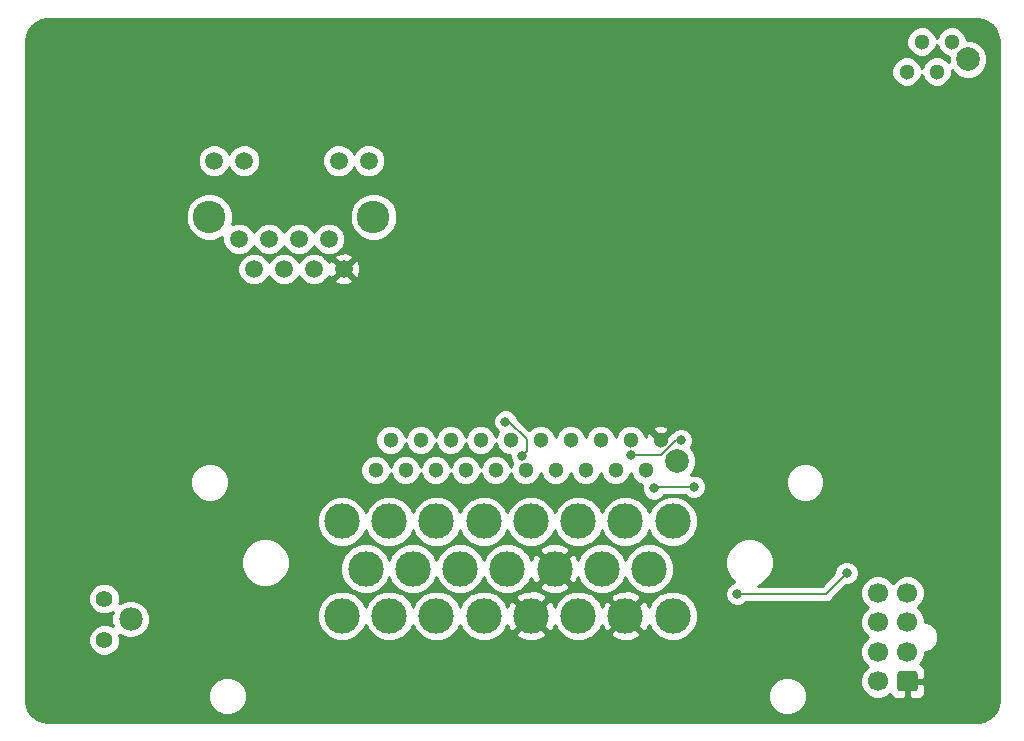
<source format=gbl>
G04 #@! TF.GenerationSoftware,KiCad,Pcbnew,5.0.2-bee76a0~70~ubuntu18.04.1*
G04 #@! TF.CreationDate,2019-02-24T12:00:28-05:00*
G04 #@! TF.ProjectId,interface,696e7465-7266-4616-9365-2e6b69636164,rev?*
G04 #@! TF.SameCoordinates,Original*
G04 #@! TF.FileFunction,Copper,L2,Bot*
G04 #@! TF.FilePolarity,Positive*
%FSLAX46Y46*%
G04 Gerber Fmt 4.6, Leading zero omitted, Abs format (unit mm)*
G04 Created by KiCad (PCBNEW 5.0.2-bee76a0~70~ubuntu18.04.1) date Sun 24 Feb 2019 12:00:28 PM EST*
%MOMM*%
%LPD*%
G01*
G04 APERTURE LIST*
G04 #@! TA.AperFunction,ComponentPad*
%ADD10C,2.750000*%
G04 #@! TD*
G04 #@! TA.AperFunction,ComponentPad*
%ADD11C,1.500000*%
G04 #@! TD*
G04 #@! TA.AperFunction,ComponentPad*
%ADD12C,1.981000*%
G04 #@! TD*
G04 #@! TA.AperFunction,ComponentPad*
%ADD13C,1.397000*%
G04 #@! TD*
G04 #@! TA.AperFunction,ComponentPad*
%ADD14C,1.700000*%
G04 #@! TD*
G04 #@! TA.AperFunction,Conductor*
%ADD15C,2.000000*%
G04 #@! TD*
G04 #@! TA.AperFunction,ComponentPad*
%ADD16C,3.000000*%
G04 #@! TD*
G04 #@! TA.AperFunction,ComponentPad*
%ADD17C,2.000000*%
G04 #@! TD*
G04 #@! TA.AperFunction,ComponentPad*
%ADD18C,1.300000*%
G04 #@! TD*
G04 #@! TA.AperFunction,ViaPad*
%ADD19C,0.800000*%
G04 #@! TD*
G04 #@! TA.AperFunction,Conductor*
%ADD20C,0.152400*%
G04 #@! TD*
G04 #@! TA.AperFunction,Conductor*
%ADD21C,0.254000*%
G04 #@! TD*
G04 APERTURE END LIST*
D10*
G04 #@! TO.P,U1,14*
G04 #@! TO.N,Net-(U1-Pad14)*
X43751500Y-84518500D03*
G04 #@! TO.P,U1,13*
G04 #@! TO.N,Net-(U1-Pad13)*
X29851500Y-84518500D03*
D11*
G04 #@! TO.P,U1,8*
G04 #@! TO.N,/GND*
X41241500Y-88938500D03*
G04 #@! TO.P,U1,6*
G04 #@! TO.N,/MOSI*
X38701500Y-88938500D03*
G04 #@! TO.P,U1,4*
G04 #@! TO.N,/SCK*
X36161500Y-88938500D03*
G04 #@! TO.P,U1,2*
G04 #@! TO.N,/CANH*
X33621500Y-88938500D03*
G04 #@! TO.P,U1,7*
G04 #@! TO.N,/5V*
X39971500Y-86398500D03*
G04 #@! TO.P,U1,5*
G04 #@! TO.N,/MISO*
X37431500Y-86398500D03*
G04 #@! TO.P,U1,3*
G04 #@! TO.N,/RESET*
X34891500Y-86398500D03*
G04 #@! TO.P,U1,1*
G04 #@! TO.N,/CANL*
X32351500Y-86398500D03*
G04 #@! TO.P,U1,10*
G04 #@! TO.N,/LED1*
X40811500Y-79768500D03*
G04 #@! TO.P,U1,9*
G04 #@! TO.N,Net-(U1-Pad9)*
X43351500Y-79768500D03*
G04 #@! TO.P,U1,11*
G04 #@! TO.N,Net-(U1-Pad11)*
X32791500Y-79768500D03*
G04 #@! TO.P,U1,12*
G04 #@! TO.N,/LED2*
X30251500Y-79768500D03*
G04 #@! TD*
D12*
G04 #@! TO.P,J1,*
G04 #@! TO.N,*
X23185000Y-118590000D03*
D13*
G04 #@! TO.P,J1,1*
G04 #@! TO.N,/ESTOP->HVD*
X20955000Y-120340000D03*
G04 #@! TO.P,J1,2*
G04 #@! TO.N,/BOTS->ESTOP*
X20955000Y-116840000D03*
G04 #@! TD*
D14*
G04 #@! TO.P,J2,8*
G04 #@! TO.N,Net-(J2-Pad8)*
X86463500Y-116348500D03*
G04 #@! TO.P,J2,7*
G04 #@! TO.N,/Drive_Select-*
X86463500Y-118848500D03*
G04 #@! TO.P,J2,6*
G04 #@! TO.N,/Drive_Select_Sense*
X86463500Y-121348500D03*
G04 #@! TO.P,J2,5*
G04 #@! TO.N,/Drive_Select+*
X86463500Y-123848500D03*
G04 #@! TO.P,J2,4*
G04 #@! TO.N,/SCL*
X88963500Y-116348500D03*
G04 #@! TO.P,J2,3*
G04 #@! TO.N,/SDA*
X88963500Y-118848500D03*
G04 #@! TO.P,J2,2*
G04 #@! TO.N,/5V*
X88963500Y-121348500D03*
D15*
G04 #@! TD*
G04 #@! TO.N,/GND*
G04 #@! TO.C,J2*
G36*
X89588004Y-122999704D02*
X89612273Y-123003304D01*
X89636071Y-123009265D01*
X89659171Y-123017530D01*
X89681349Y-123028020D01*
X89702393Y-123040633D01*
X89722098Y-123055247D01*
X89740277Y-123071723D01*
X89756753Y-123089902D01*
X89771367Y-123109607D01*
X89783980Y-123130651D01*
X89794470Y-123152829D01*
X89802735Y-123175929D01*
X89808696Y-123199727D01*
X89812296Y-123223996D01*
X89813500Y-123248500D01*
X89813500Y-124448500D01*
X89812296Y-124473004D01*
X89808696Y-124497273D01*
X89802735Y-124521071D01*
X89794470Y-124544171D01*
X89783980Y-124566349D01*
X89771367Y-124587393D01*
X89756753Y-124607098D01*
X89740277Y-124625277D01*
X89722098Y-124641753D01*
X89702393Y-124656367D01*
X89681349Y-124668980D01*
X89659171Y-124679470D01*
X89636071Y-124687735D01*
X89612273Y-124693696D01*
X89588004Y-124697296D01*
X89563500Y-124698500D01*
X88363500Y-124698500D01*
X88338996Y-124697296D01*
X88314727Y-124693696D01*
X88290929Y-124687735D01*
X88267829Y-124679470D01*
X88245651Y-124668980D01*
X88224607Y-124656367D01*
X88204902Y-124641753D01*
X88186723Y-124625277D01*
X88170247Y-124607098D01*
X88155633Y-124587393D01*
X88143020Y-124566349D01*
X88132530Y-124544171D01*
X88124265Y-124521071D01*
X88118304Y-124497273D01*
X88114704Y-124473004D01*
X88113500Y-124448500D01*
X88113500Y-123248500D01*
X88114704Y-123223996D01*
X88118304Y-123199727D01*
X88124265Y-123175929D01*
X88132530Y-123152829D01*
X88143020Y-123130651D01*
X88155633Y-123109607D01*
X88170247Y-123089902D01*
X88186723Y-123071723D01*
X88204902Y-123055247D01*
X88224607Y-123040633D01*
X88245651Y-123028020D01*
X88267829Y-123017530D01*
X88290929Y-123009265D01*
X88314727Y-123003304D01*
X88338996Y-122999704D01*
X88363500Y-122998500D01*
X89563500Y-122998500D01*
X89588004Y-122999704D01*
X89588004Y-122999704D01*
G37*
D14*
G04 #@! TO.P,J2,1*
G04 #@! TO.N,/GND*
X88963500Y-123848500D03*
G04 #@! TD*
D16*
G04 #@! TO.P,J3,1*
G04 #@! TO.N,/IS->BOTS*
X41087000Y-118300500D03*
G04 #@! TO.P,J3,9*
G04 #@! TO.N,/BSPD->IS*
X43087000Y-114300500D03*
G04 #@! TO.P,J3,16*
G04 #@! TO.N,/Throttle2-*
X41087000Y-110300500D03*
G04 #@! TO.P,J3,2*
G04 #@! TO.N,/IS->BOTS*
X45087000Y-118300500D03*
G04 #@! TO.P,J3,3*
G04 #@! TO.N,/BOTS->ESTOP*
X49087000Y-118300500D03*
G04 #@! TO.P,J3,5*
G04 #@! TO.N,/GND*
X57087000Y-118300500D03*
G04 #@! TO.P,J3,4*
G04 #@! TO.N,/ESTOP->HVD*
X53087000Y-118300500D03*
G04 #@! TO.P,J3,6*
G04 #@! TO.N,/12V*
X61087000Y-118300500D03*
G04 #@! TO.P,J3,7*
G04 #@! TO.N,/GND*
X65087000Y-118300500D03*
G04 #@! TO.P,J3,8*
G04 #@! TO.N,/12V*
X69087000Y-118300500D03*
G04 #@! TO.P,J3,15*
G04 #@! TO.N,/CANH*
X67087000Y-114300500D03*
G04 #@! TO.P,J3,14*
G04 #@! TO.N,/CANL*
X63087000Y-114300500D03*
G04 #@! TO.P,J3,12*
G04 #@! TO.N,/SCL*
X55087000Y-114300500D03*
G04 #@! TO.P,J3,13*
G04 #@! TO.N,/GND*
X59087000Y-114300500D03*
G04 #@! TO.P,J3,11*
G04 #@! TO.N,/SDA*
X51087000Y-114300500D03*
G04 #@! TO.P,J3,10*
G04 #@! TO.N,/BSPD->IS*
X47087000Y-114300500D03*
G04 #@! TO.P,J3,22*
G04 #@! TO.N,/CANL*
X65087000Y-110300500D03*
G04 #@! TO.P,J3,21*
G04 #@! TO.N,/Throttle1+*
X61087000Y-110300500D03*
G04 #@! TO.P,J3,20*
G04 #@! TO.N,/Throttle1_Sense*
X57087000Y-110300500D03*
G04 #@! TO.P,J3,19*
G04 #@! TO.N,/Throttle1-*
X53087000Y-110300500D03*
G04 #@! TO.P,J3,18*
G04 #@! TO.N,/Throttle2+*
X49087000Y-110300500D03*
G04 #@! TO.P,J3,17*
G04 #@! TO.N,/Throttle2_Sense*
X45087000Y-110300500D03*
G04 #@! TO.P,J3,23*
G04 #@! TO.N,/CANH*
X69087000Y-110300500D03*
G04 #@! TD*
D17*
G04 #@! TO.P,J4,5*
G04 #@! TO.N,N/C*
X94096516Y-71180697D03*
D18*
G04 #@! TO.P,J4,4*
G04 #@! TO.N,Net-(J4-Pad4)*
X88886516Y-72220697D03*
G04 #@! TO.P,J4,2*
G04 #@! TO.N,/IS->BOTS*
X91426516Y-72220697D03*
G04 #@! TO.P,J4,1*
G04 #@! TO.N,/BOTS->ESTOP*
X92696516Y-69680697D03*
G04 #@! TO.P,J4,3*
G04 #@! TO.N,/ESTOP->HVD*
X90156516Y-69680697D03*
G04 #@! TD*
G04 #@! TO.P,J5,5*
G04 #@! TO.N,/Drive_Select-*
X62978516Y-103418697D03*
G04 #@! TO.P,J5,3*
G04 #@! TO.N,/Drive_Select+*
X65518516Y-103418697D03*
G04 #@! TO.P,J5,1*
G04 #@! TO.N,/GND*
X68058516Y-103418697D03*
G04 #@! TO.P,J5,7*
G04 #@! TO.N,/MOSI*
X60438516Y-103418697D03*
G04 #@! TO.P,J5,2*
G04 #@! TO.N,/12V*
X66788516Y-105958697D03*
G04 #@! TO.P,J5,4*
G04 #@! TO.N,/Drive_Select_Sense*
X64248516Y-105958697D03*
G04 #@! TO.P,J5,6*
G04 #@! TO.N,/5V*
X61708516Y-105958697D03*
G04 #@! TO.P,J5,8*
G04 #@! TO.N,/MISO*
X59168516Y-105958697D03*
G04 #@! TO.P,J5,9*
G04 #@! TO.N,/SCK*
X57898516Y-103418697D03*
G04 #@! TO.P,J5,10*
G04 #@! TO.N,/RESET*
X56628516Y-105958697D03*
G04 #@! TO.P,J5,11*
G04 #@! TO.N,/CANH*
X55358516Y-103418697D03*
G04 #@! TO.P,J5,12*
G04 #@! TO.N,/CANL*
X54088516Y-105958697D03*
G04 #@! TO.P,J5,13*
G04 #@! TO.N,/Throttle1+*
X52818516Y-103418697D03*
G04 #@! TO.P,J5,14*
G04 #@! TO.N,/Throttle1_Sense*
X51548516Y-105958697D03*
G04 #@! TO.P,J5,15*
G04 #@! TO.N,/Throttle1-*
X50278516Y-103418697D03*
G04 #@! TO.P,J5,16*
G04 #@! TO.N,/Throttle2+*
X49008516Y-105958697D03*
G04 #@! TO.P,J5,17*
G04 #@! TO.N,/Throttle2_Sense*
X47738516Y-103418697D03*
G04 #@! TO.P,J5,18*
G04 #@! TO.N,/Throttle2-*
X46468516Y-105958697D03*
G04 #@! TO.P,J5,19*
G04 #@! TO.N,/LED1*
X45198516Y-103418697D03*
G04 #@! TO.P,J5,20*
G04 #@! TO.N,/LED2*
X43928516Y-105958697D03*
D17*
G04 #@! TO.P,J5,21*
G04 #@! TO.N,N/C*
X69458516Y-105218697D03*
G04 #@! TD*
D19*
G04 #@! TO.N,/5V*
X65532000Y-104711500D03*
X69786500Y-103441500D03*
G04 #@! TO.N,/SCL*
X83820000Y-114681000D03*
X74549000Y-116459000D03*
G04 #@! TO.N,/Drive_Select_Sense*
X70866000Y-107378500D03*
X67500500Y-107505500D03*
G04 #@! TO.N,/RESET*
X56324500Y-104775000D03*
X54927500Y-101854000D03*
G04 #@! TD*
D20*
G04 #@! TO.N,/5V*
X69346935Y-103441500D02*
X69786500Y-103441500D01*
X65532000Y-104711500D02*
X68076935Y-104711500D01*
X68076935Y-104711500D02*
X69346935Y-103441500D01*
G04 #@! TO.N,/SCL*
X83820000Y-114681000D02*
X82042000Y-116459000D01*
X82042000Y-116459000D02*
X74549000Y-116459000D01*
G04 #@! TO.N,/Drive_Select_Sense*
X70866000Y-107378500D02*
X67627500Y-107378500D01*
X67627500Y-107378500D02*
X67500500Y-107505500D01*
G04 #@! TO.N,/RESET*
X55239781Y-101854000D02*
X54927500Y-101854000D01*
X56724499Y-103338718D02*
X55239781Y-101854000D01*
X56324500Y-104775000D02*
X56724499Y-104375001D01*
X56724499Y-104375001D02*
X56724499Y-103338718D01*
G04 #@! TD*
D21*
G04 #@! TO.N,/GND*
G36*
X95316431Y-67853365D02*
X95735750Y-68019385D01*
X96100610Y-68284471D01*
X96388079Y-68631963D01*
X96580102Y-69040031D01*
X96671168Y-69517417D01*
X96674001Y-69607568D01*
X96674000Y-125429759D01*
X96611635Y-125923430D01*
X96445613Y-126342753D01*
X96180529Y-126707609D01*
X95833037Y-126995079D01*
X95424968Y-127187102D01*
X94947583Y-127278168D01*
X94857465Y-127281000D01*
X16175241Y-127281000D01*
X15681570Y-127218635D01*
X15262247Y-127052613D01*
X14897391Y-126787529D01*
X14609921Y-126440037D01*
X14417898Y-126031968D01*
X14326832Y-125554583D01*
X14324000Y-125464465D01*
X14324000Y-124775278D01*
X29752000Y-124775278D01*
X29752000Y-125425722D01*
X30000914Y-126026653D01*
X30460847Y-126486586D01*
X31061778Y-126735500D01*
X31712222Y-126735500D01*
X32313153Y-126486586D01*
X32773086Y-126026653D01*
X33022000Y-125425722D01*
X33022000Y-124775278D01*
X77152000Y-124775278D01*
X77152000Y-125425722D01*
X77400914Y-126026653D01*
X77860847Y-126486586D01*
X78461778Y-126735500D01*
X79112222Y-126735500D01*
X79713153Y-126486586D01*
X80173086Y-126026653D01*
X80422000Y-125425722D01*
X80422000Y-124775278D01*
X80173086Y-124174347D01*
X79713153Y-123714414D01*
X79112222Y-123465500D01*
X78461778Y-123465500D01*
X77860847Y-123714414D01*
X77400914Y-124174347D01*
X77152000Y-124775278D01*
X33022000Y-124775278D01*
X32773086Y-124174347D01*
X32313153Y-123714414D01*
X31712222Y-123465500D01*
X31061778Y-123465500D01*
X30460847Y-123714414D01*
X30000914Y-124174347D01*
X29752000Y-124775278D01*
X14324000Y-124775278D01*
X14324000Y-116574750D01*
X19621500Y-116574750D01*
X19621500Y-117105250D01*
X19824513Y-117595367D01*
X20199633Y-117970487D01*
X20689750Y-118173500D01*
X21220250Y-118173500D01*
X21676345Y-117984579D01*
X21559500Y-118266668D01*
X21559500Y-118913332D01*
X21676345Y-119195421D01*
X21220250Y-119006500D01*
X20689750Y-119006500D01*
X20199633Y-119209513D01*
X19824513Y-119584633D01*
X19621500Y-120074750D01*
X19621500Y-120605250D01*
X19824513Y-121095367D01*
X20199633Y-121470487D01*
X20689750Y-121673500D01*
X21220250Y-121673500D01*
X21710367Y-121470487D01*
X22085487Y-121095367D01*
X22288500Y-120605250D01*
X22288500Y-120074750D01*
X22230202Y-119934006D01*
X22264228Y-119968032D01*
X22861668Y-120215500D01*
X23508332Y-120215500D01*
X24105772Y-119968032D01*
X24563032Y-119510772D01*
X24810500Y-118913332D01*
X24810500Y-118266668D01*
X24648607Y-117875822D01*
X38952000Y-117875822D01*
X38952000Y-118725178D01*
X39277034Y-119509880D01*
X39877620Y-120110466D01*
X40662322Y-120435500D01*
X41511678Y-120435500D01*
X42296380Y-120110466D01*
X42896966Y-119509880D01*
X43087000Y-119051097D01*
X43277034Y-119509880D01*
X43877620Y-120110466D01*
X44662322Y-120435500D01*
X45511678Y-120435500D01*
X46296380Y-120110466D01*
X46896966Y-119509880D01*
X47087000Y-119051097D01*
X47277034Y-119509880D01*
X47877620Y-120110466D01*
X48662322Y-120435500D01*
X49511678Y-120435500D01*
X50296380Y-120110466D01*
X50896966Y-119509880D01*
X51087000Y-119051097D01*
X51277034Y-119509880D01*
X51877620Y-120110466D01*
X52662322Y-120435500D01*
X53511678Y-120435500D01*
X54296380Y-120110466D01*
X54592376Y-119814470D01*
X55752635Y-119814470D01*
X55912418Y-120133239D01*
X56703187Y-120443223D01*
X57552387Y-120426997D01*
X58261582Y-120133239D01*
X58421365Y-119814470D01*
X57087000Y-118480105D01*
X55752635Y-119814470D01*
X54592376Y-119814470D01*
X54896966Y-119509880D01*
X55082820Y-119061188D01*
X55254261Y-119475082D01*
X55573030Y-119634865D01*
X56907395Y-118300500D01*
X57266605Y-118300500D01*
X58600970Y-119634865D01*
X58919739Y-119475082D01*
X59086457Y-119049785D01*
X59277034Y-119509880D01*
X59877620Y-120110466D01*
X60662322Y-120435500D01*
X61511678Y-120435500D01*
X62296380Y-120110466D01*
X62592376Y-119814470D01*
X63752635Y-119814470D01*
X63912418Y-120133239D01*
X64703187Y-120443223D01*
X65552387Y-120426997D01*
X66261582Y-120133239D01*
X66421365Y-119814470D01*
X65087000Y-118480105D01*
X63752635Y-119814470D01*
X62592376Y-119814470D01*
X62896966Y-119509880D01*
X63082820Y-119061188D01*
X63254261Y-119475082D01*
X63573030Y-119634865D01*
X64907395Y-118300500D01*
X65266605Y-118300500D01*
X66600970Y-119634865D01*
X66919739Y-119475082D01*
X67086457Y-119049785D01*
X67277034Y-119509880D01*
X67877620Y-120110466D01*
X68662322Y-120435500D01*
X69511678Y-120435500D01*
X70296380Y-120110466D01*
X70896966Y-119509880D01*
X71222000Y-118725178D01*
X71222000Y-117875822D01*
X70896966Y-117091120D01*
X70296380Y-116490534D01*
X69723227Y-116253126D01*
X73514000Y-116253126D01*
X73514000Y-116664874D01*
X73671569Y-117045280D01*
X73962720Y-117336431D01*
X74343126Y-117494000D01*
X74754874Y-117494000D01*
X75135280Y-117336431D01*
X75301511Y-117170200D01*
X81971959Y-117170200D01*
X82042000Y-117184132D01*
X82112041Y-117170200D01*
X82112046Y-117170200D01*
X82319496Y-117128936D01*
X82554746Y-116971746D01*
X82594424Y-116912364D01*
X83453673Y-116053115D01*
X84978500Y-116053115D01*
X84978500Y-116643885D01*
X85204578Y-117189685D01*
X85613393Y-117598500D01*
X85204578Y-118007315D01*
X84978500Y-118553115D01*
X84978500Y-119143885D01*
X85204578Y-119689685D01*
X85613393Y-120098500D01*
X85204578Y-120507315D01*
X84978500Y-121053115D01*
X84978500Y-121643885D01*
X85204578Y-122189685D01*
X85613393Y-122598500D01*
X85204578Y-123007315D01*
X84978500Y-123553115D01*
X84978500Y-124143885D01*
X85204578Y-124689685D01*
X85622315Y-125107422D01*
X86168115Y-125333500D01*
X86758885Y-125333500D01*
X87304685Y-125107422D01*
X87510366Y-124901741D01*
X87575173Y-125058199D01*
X87753802Y-125236827D01*
X87987191Y-125333500D01*
X88677750Y-125333500D01*
X88836500Y-125174750D01*
X88836500Y-123975500D01*
X89090500Y-123975500D01*
X89090500Y-125174750D01*
X89249250Y-125333500D01*
X89939809Y-125333500D01*
X90173198Y-125236827D01*
X90351827Y-125058199D01*
X90448500Y-124824810D01*
X90448500Y-124134250D01*
X90289750Y-123975500D01*
X89090500Y-123975500D01*
X88836500Y-123975500D01*
X88816500Y-123975500D01*
X88816500Y-123721500D01*
X88836500Y-123721500D01*
X88836500Y-123701500D01*
X89090500Y-123701500D01*
X89090500Y-123721500D01*
X90289750Y-123721500D01*
X90448500Y-123562750D01*
X90448500Y-122872190D01*
X90351827Y-122638801D01*
X90173198Y-122460173D01*
X90016741Y-122395366D01*
X90222422Y-122189685D01*
X90448500Y-121643885D01*
X90448500Y-121383500D01*
X90559102Y-121383500D01*
X91031394Y-121187871D01*
X91392871Y-120826394D01*
X91588500Y-120354102D01*
X91588500Y-119842898D01*
X91392871Y-119370606D01*
X91031394Y-119009129D01*
X90559102Y-118813500D01*
X90448500Y-118813500D01*
X90448500Y-118553115D01*
X90222422Y-118007315D01*
X89813607Y-117598500D01*
X90222422Y-117189685D01*
X90448500Y-116643885D01*
X90448500Y-116053115D01*
X90222422Y-115507315D01*
X89804685Y-115089578D01*
X89258885Y-114863500D01*
X88668115Y-114863500D01*
X88122315Y-115089578D01*
X87713500Y-115498393D01*
X87304685Y-115089578D01*
X86758885Y-114863500D01*
X86168115Y-114863500D01*
X85622315Y-115089578D01*
X85204578Y-115507315D01*
X84978500Y-116053115D01*
X83453673Y-116053115D01*
X83790789Y-115716000D01*
X84025874Y-115716000D01*
X84406280Y-115558431D01*
X84697431Y-115267280D01*
X84855000Y-114886874D01*
X84855000Y-114475126D01*
X84697431Y-114094720D01*
X84406280Y-113803569D01*
X84025874Y-113646000D01*
X83614126Y-113646000D01*
X83233720Y-113803569D01*
X82942569Y-114094720D01*
X82785000Y-114475126D01*
X82785000Y-114710211D01*
X81747412Y-115747800D01*
X76268842Y-115747800D01*
X76753896Y-115546884D01*
X77333384Y-114967396D01*
X77647000Y-114210260D01*
X77647000Y-113390740D01*
X77333384Y-112633604D01*
X76753896Y-112054116D01*
X75996760Y-111740500D01*
X75177240Y-111740500D01*
X74420104Y-112054116D01*
X73840616Y-112633604D01*
X73527000Y-113390740D01*
X73527000Y-114210260D01*
X73840616Y-114967396D01*
X74310666Y-115437446D01*
X73962720Y-115581569D01*
X73671569Y-115872720D01*
X73514000Y-116253126D01*
X69723227Y-116253126D01*
X69511678Y-116165500D01*
X68662322Y-116165500D01*
X67877620Y-116490534D01*
X67277034Y-117091120D01*
X67091180Y-117539812D01*
X66919739Y-117125918D01*
X66600970Y-116966135D01*
X65266605Y-118300500D01*
X64907395Y-118300500D01*
X63573030Y-116966135D01*
X63254261Y-117125918D01*
X63087543Y-117551215D01*
X62896966Y-117091120D01*
X62592376Y-116786530D01*
X63752635Y-116786530D01*
X65087000Y-118120895D01*
X66421365Y-116786530D01*
X66261582Y-116467761D01*
X65470813Y-116157777D01*
X64621613Y-116174003D01*
X63912418Y-116467761D01*
X63752635Y-116786530D01*
X62592376Y-116786530D01*
X62296380Y-116490534D01*
X61511678Y-116165500D01*
X60662322Y-116165500D01*
X59877620Y-116490534D01*
X59277034Y-117091120D01*
X59091180Y-117539812D01*
X58919739Y-117125918D01*
X58600970Y-116966135D01*
X57266605Y-118300500D01*
X56907395Y-118300500D01*
X55573030Y-116966135D01*
X55254261Y-117125918D01*
X55087543Y-117551215D01*
X54896966Y-117091120D01*
X54592376Y-116786530D01*
X55752635Y-116786530D01*
X57087000Y-118120895D01*
X58421365Y-116786530D01*
X58261582Y-116467761D01*
X57470813Y-116157777D01*
X56621613Y-116174003D01*
X55912418Y-116467761D01*
X55752635Y-116786530D01*
X54592376Y-116786530D01*
X54296380Y-116490534D01*
X53511678Y-116165500D01*
X52662322Y-116165500D01*
X51877620Y-116490534D01*
X51277034Y-117091120D01*
X51087000Y-117549903D01*
X50896966Y-117091120D01*
X50296380Y-116490534D01*
X49511678Y-116165500D01*
X48662322Y-116165500D01*
X47877620Y-116490534D01*
X47277034Y-117091120D01*
X47087000Y-117549903D01*
X46896966Y-117091120D01*
X46296380Y-116490534D01*
X45511678Y-116165500D01*
X44662322Y-116165500D01*
X43877620Y-116490534D01*
X43277034Y-117091120D01*
X43087000Y-117549903D01*
X42896966Y-117091120D01*
X42296380Y-116490534D01*
X41511678Y-116165500D01*
X40662322Y-116165500D01*
X39877620Y-116490534D01*
X39277034Y-117091120D01*
X38952000Y-117875822D01*
X24648607Y-117875822D01*
X24563032Y-117669228D01*
X24105772Y-117211968D01*
X23508332Y-116964500D01*
X22861668Y-116964500D01*
X22264228Y-117211968D01*
X22230202Y-117245994D01*
X22288500Y-117105250D01*
X22288500Y-116574750D01*
X22085487Y-116084633D01*
X21710367Y-115709513D01*
X21220250Y-115506500D01*
X20689750Y-115506500D01*
X20199633Y-115709513D01*
X19824513Y-116084633D01*
X19621500Y-116574750D01*
X14324000Y-116574750D01*
X14324000Y-113390740D01*
X32527000Y-113390740D01*
X32527000Y-114210260D01*
X32840616Y-114967396D01*
X33420104Y-115546884D01*
X34177240Y-115860500D01*
X34996760Y-115860500D01*
X35753896Y-115546884D01*
X36333384Y-114967396D01*
X36647000Y-114210260D01*
X36647000Y-113875822D01*
X40952000Y-113875822D01*
X40952000Y-114725178D01*
X41277034Y-115509880D01*
X41877620Y-116110466D01*
X42662322Y-116435500D01*
X43511678Y-116435500D01*
X44296380Y-116110466D01*
X44896966Y-115509880D01*
X45087000Y-115051097D01*
X45277034Y-115509880D01*
X45877620Y-116110466D01*
X46662322Y-116435500D01*
X47511678Y-116435500D01*
X48296380Y-116110466D01*
X48896966Y-115509880D01*
X49087000Y-115051097D01*
X49277034Y-115509880D01*
X49877620Y-116110466D01*
X50662322Y-116435500D01*
X51511678Y-116435500D01*
X52296380Y-116110466D01*
X52896966Y-115509880D01*
X53087000Y-115051097D01*
X53277034Y-115509880D01*
X53877620Y-116110466D01*
X54662322Y-116435500D01*
X55511678Y-116435500D01*
X56296380Y-116110466D01*
X56592376Y-115814470D01*
X57752635Y-115814470D01*
X57912418Y-116133239D01*
X58703187Y-116443223D01*
X59552387Y-116426997D01*
X60261582Y-116133239D01*
X60421365Y-115814470D01*
X59087000Y-114480105D01*
X57752635Y-115814470D01*
X56592376Y-115814470D01*
X56896966Y-115509880D01*
X57082820Y-115061188D01*
X57254261Y-115475082D01*
X57573030Y-115634865D01*
X58907395Y-114300500D01*
X59266605Y-114300500D01*
X60600970Y-115634865D01*
X60919739Y-115475082D01*
X61086457Y-115049785D01*
X61277034Y-115509880D01*
X61877620Y-116110466D01*
X62662322Y-116435500D01*
X63511678Y-116435500D01*
X64296380Y-116110466D01*
X64896966Y-115509880D01*
X65087000Y-115051097D01*
X65277034Y-115509880D01*
X65877620Y-116110466D01*
X66662322Y-116435500D01*
X67511678Y-116435500D01*
X68296380Y-116110466D01*
X68896966Y-115509880D01*
X69222000Y-114725178D01*
X69222000Y-113875822D01*
X68896966Y-113091120D01*
X68296380Y-112490534D01*
X67511678Y-112165500D01*
X66662322Y-112165500D01*
X65877620Y-112490534D01*
X65277034Y-113091120D01*
X65087000Y-113549903D01*
X64896966Y-113091120D01*
X64296380Y-112490534D01*
X63511678Y-112165500D01*
X62662322Y-112165500D01*
X61877620Y-112490534D01*
X61277034Y-113091120D01*
X61091180Y-113539812D01*
X60919739Y-113125918D01*
X60600970Y-112966135D01*
X59266605Y-114300500D01*
X58907395Y-114300500D01*
X57573030Y-112966135D01*
X57254261Y-113125918D01*
X57087543Y-113551215D01*
X56896966Y-113091120D01*
X56592376Y-112786530D01*
X57752635Y-112786530D01*
X59087000Y-114120895D01*
X60421365Y-112786530D01*
X60261582Y-112467761D01*
X59470813Y-112157777D01*
X58621613Y-112174003D01*
X57912418Y-112467761D01*
X57752635Y-112786530D01*
X56592376Y-112786530D01*
X56296380Y-112490534D01*
X55511678Y-112165500D01*
X54662322Y-112165500D01*
X53877620Y-112490534D01*
X53277034Y-113091120D01*
X53087000Y-113549903D01*
X52896966Y-113091120D01*
X52296380Y-112490534D01*
X51511678Y-112165500D01*
X50662322Y-112165500D01*
X49877620Y-112490534D01*
X49277034Y-113091120D01*
X49087000Y-113549903D01*
X48896966Y-113091120D01*
X48296380Y-112490534D01*
X47511678Y-112165500D01*
X46662322Y-112165500D01*
X45877620Y-112490534D01*
X45277034Y-113091120D01*
X45087000Y-113549903D01*
X44896966Y-113091120D01*
X44296380Y-112490534D01*
X43511678Y-112165500D01*
X42662322Y-112165500D01*
X41877620Y-112490534D01*
X41277034Y-113091120D01*
X40952000Y-113875822D01*
X36647000Y-113875822D01*
X36647000Y-113390740D01*
X36333384Y-112633604D01*
X35753896Y-112054116D01*
X34996760Y-111740500D01*
X34177240Y-111740500D01*
X33420104Y-112054116D01*
X32840616Y-112633604D01*
X32527000Y-113390740D01*
X14324000Y-113390740D01*
X14324000Y-109875822D01*
X38952000Y-109875822D01*
X38952000Y-110725178D01*
X39277034Y-111509880D01*
X39877620Y-112110466D01*
X40662322Y-112435500D01*
X41511678Y-112435500D01*
X42296380Y-112110466D01*
X42896966Y-111509880D01*
X43087000Y-111051097D01*
X43277034Y-111509880D01*
X43877620Y-112110466D01*
X44662322Y-112435500D01*
X45511678Y-112435500D01*
X46296380Y-112110466D01*
X46896966Y-111509880D01*
X47087000Y-111051097D01*
X47277034Y-111509880D01*
X47877620Y-112110466D01*
X48662322Y-112435500D01*
X49511678Y-112435500D01*
X50296380Y-112110466D01*
X50896966Y-111509880D01*
X51087000Y-111051097D01*
X51277034Y-111509880D01*
X51877620Y-112110466D01*
X52662322Y-112435500D01*
X53511678Y-112435500D01*
X54296380Y-112110466D01*
X54896966Y-111509880D01*
X55087000Y-111051097D01*
X55277034Y-111509880D01*
X55877620Y-112110466D01*
X56662322Y-112435500D01*
X57511678Y-112435500D01*
X58296380Y-112110466D01*
X58896966Y-111509880D01*
X59087000Y-111051097D01*
X59277034Y-111509880D01*
X59877620Y-112110466D01*
X60662322Y-112435500D01*
X61511678Y-112435500D01*
X62296380Y-112110466D01*
X62896966Y-111509880D01*
X63087000Y-111051097D01*
X63277034Y-111509880D01*
X63877620Y-112110466D01*
X64662322Y-112435500D01*
X65511678Y-112435500D01*
X66296380Y-112110466D01*
X66896966Y-111509880D01*
X67087000Y-111051097D01*
X67277034Y-111509880D01*
X67877620Y-112110466D01*
X68662322Y-112435500D01*
X69511678Y-112435500D01*
X70296380Y-112110466D01*
X70896966Y-111509880D01*
X71222000Y-110725178D01*
X71222000Y-109875822D01*
X70896966Y-109091120D01*
X70296380Y-108490534D01*
X69511678Y-108165500D01*
X68662322Y-108165500D01*
X67877620Y-108490534D01*
X67277034Y-109091120D01*
X67087000Y-109549903D01*
X66896966Y-109091120D01*
X66296380Y-108490534D01*
X65511678Y-108165500D01*
X64662322Y-108165500D01*
X63877620Y-108490534D01*
X63277034Y-109091120D01*
X63087000Y-109549903D01*
X62896966Y-109091120D01*
X62296380Y-108490534D01*
X61511678Y-108165500D01*
X60662322Y-108165500D01*
X59877620Y-108490534D01*
X59277034Y-109091120D01*
X59087000Y-109549903D01*
X58896966Y-109091120D01*
X58296380Y-108490534D01*
X57511678Y-108165500D01*
X56662322Y-108165500D01*
X55877620Y-108490534D01*
X55277034Y-109091120D01*
X55087000Y-109549903D01*
X54896966Y-109091120D01*
X54296380Y-108490534D01*
X53511678Y-108165500D01*
X52662322Y-108165500D01*
X51877620Y-108490534D01*
X51277034Y-109091120D01*
X51087000Y-109549903D01*
X50896966Y-109091120D01*
X50296380Y-108490534D01*
X49511678Y-108165500D01*
X48662322Y-108165500D01*
X47877620Y-108490534D01*
X47277034Y-109091120D01*
X47087000Y-109549903D01*
X46896966Y-109091120D01*
X46296380Y-108490534D01*
X45511678Y-108165500D01*
X44662322Y-108165500D01*
X43877620Y-108490534D01*
X43277034Y-109091120D01*
X43087000Y-109549903D01*
X42896966Y-109091120D01*
X42296380Y-108490534D01*
X41511678Y-108165500D01*
X40662322Y-108165500D01*
X39877620Y-108490534D01*
X39277034Y-109091120D01*
X38952000Y-109875822D01*
X14324000Y-109875822D01*
X14324000Y-106675278D01*
X28252000Y-106675278D01*
X28252000Y-107325722D01*
X28500914Y-107926653D01*
X28960847Y-108386586D01*
X29561778Y-108635500D01*
X30212222Y-108635500D01*
X30813153Y-108386586D01*
X31273086Y-107926653D01*
X31522000Y-107325722D01*
X31522000Y-106675278D01*
X31273086Y-106074347D01*
X30901834Y-105703095D01*
X42643516Y-105703095D01*
X42643516Y-106214299D01*
X42839145Y-106686591D01*
X43200622Y-107048068D01*
X43672914Y-107243697D01*
X44184118Y-107243697D01*
X44656410Y-107048068D01*
X45017887Y-106686591D01*
X45198516Y-106250512D01*
X45379145Y-106686591D01*
X45740622Y-107048068D01*
X46212914Y-107243697D01*
X46724118Y-107243697D01*
X47196410Y-107048068D01*
X47557887Y-106686591D01*
X47738516Y-106250512D01*
X47919145Y-106686591D01*
X48280622Y-107048068D01*
X48752914Y-107243697D01*
X49264118Y-107243697D01*
X49736410Y-107048068D01*
X50097887Y-106686591D01*
X50278516Y-106250512D01*
X50459145Y-106686591D01*
X50820622Y-107048068D01*
X51292914Y-107243697D01*
X51804118Y-107243697D01*
X52276410Y-107048068D01*
X52637887Y-106686591D01*
X52818516Y-106250512D01*
X52999145Y-106686591D01*
X53360622Y-107048068D01*
X53832914Y-107243697D01*
X54344118Y-107243697D01*
X54816410Y-107048068D01*
X55177887Y-106686591D01*
X55358516Y-106250512D01*
X55539145Y-106686591D01*
X55900622Y-107048068D01*
X56372914Y-107243697D01*
X56884118Y-107243697D01*
X57356410Y-107048068D01*
X57717887Y-106686591D01*
X57898516Y-106250512D01*
X58079145Y-106686591D01*
X58440622Y-107048068D01*
X58912914Y-107243697D01*
X59424118Y-107243697D01*
X59896410Y-107048068D01*
X60257887Y-106686591D01*
X60438516Y-106250512D01*
X60619145Y-106686591D01*
X60980622Y-107048068D01*
X61452914Y-107243697D01*
X61964118Y-107243697D01*
X62436410Y-107048068D01*
X62797887Y-106686591D01*
X62978516Y-106250512D01*
X63159145Y-106686591D01*
X63520622Y-107048068D01*
X63992914Y-107243697D01*
X64504118Y-107243697D01*
X64976410Y-107048068D01*
X65337887Y-106686591D01*
X65518516Y-106250512D01*
X65699145Y-106686591D01*
X66060622Y-107048068D01*
X66495146Y-107228053D01*
X66465500Y-107299626D01*
X66465500Y-107711374D01*
X66623069Y-108091780D01*
X66914220Y-108382931D01*
X67294626Y-108540500D01*
X67706374Y-108540500D01*
X68086780Y-108382931D01*
X68377931Y-108091780D01*
X68378793Y-108089700D01*
X70113489Y-108089700D01*
X70279720Y-108255931D01*
X70660126Y-108413500D01*
X71071874Y-108413500D01*
X71452280Y-108255931D01*
X71743431Y-107964780D01*
X71901000Y-107584374D01*
X71901000Y-107172626D01*
X71743431Y-106792220D01*
X71626489Y-106675278D01*
X78652000Y-106675278D01*
X78652000Y-107325722D01*
X78900914Y-107926653D01*
X79360847Y-108386586D01*
X79961778Y-108635500D01*
X80612222Y-108635500D01*
X81213153Y-108386586D01*
X81673086Y-107926653D01*
X81922000Y-107325722D01*
X81922000Y-106675278D01*
X81673086Y-106074347D01*
X81213153Y-105614414D01*
X80612222Y-105365500D01*
X79961778Y-105365500D01*
X79360847Y-105614414D01*
X78900914Y-106074347D01*
X78652000Y-106675278D01*
X71626489Y-106675278D01*
X71452280Y-106501069D01*
X71071874Y-106343500D01*
X70660126Y-106343500D01*
X70635930Y-106353522D01*
X70844602Y-106144850D01*
X71093516Y-105543919D01*
X71093516Y-104893475D01*
X70844602Y-104292544D01*
X70621885Y-104069827D01*
X70663931Y-104027780D01*
X70821500Y-103647374D01*
X70821500Y-103235626D01*
X70663931Y-102855220D01*
X70372780Y-102564069D01*
X69992374Y-102406500D01*
X69580626Y-102406500D01*
X69200220Y-102564069D01*
X69044099Y-102720190D01*
X68957532Y-102699287D01*
X68238121Y-103418697D01*
X68252264Y-103432840D01*
X68072659Y-103612445D01*
X68058516Y-103598302D01*
X68044374Y-103612445D01*
X67864768Y-103432839D01*
X67878911Y-103418697D01*
X67159500Y-102699287D01*
X66928905Y-102754968D01*
X66794476Y-103141271D01*
X66607887Y-102690803D01*
X66436765Y-102519681D01*
X67339106Y-102519681D01*
X68058516Y-103239092D01*
X68777926Y-102519681D01*
X68722245Y-102289086D01*
X68239438Y-102121075D01*
X67729088Y-102150614D01*
X67394787Y-102289086D01*
X67339106Y-102519681D01*
X66436765Y-102519681D01*
X66246410Y-102329326D01*
X65774118Y-102133697D01*
X65262914Y-102133697D01*
X64790622Y-102329326D01*
X64429145Y-102690803D01*
X64248516Y-103126882D01*
X64067887Y-102690803D01*
X63706410Y-102329326D01*
X63234118Y-102133697D01*
X62722914Y-102133697D01*
X62250622Y-102329326D01*
X61889145Y-102690803D01*
X61708516Y-103126882D01*
X61527887Y-102690803D01*
X61166410Y-102329326D01*
X60694118Y-102133697D01*
X60182914Y-102133697D01*
X59710622Y-102329326D01*
X59349145Y-102690803D01*
X59168516Y-103126882D01*
X58987887Y-102690803D01*
X58626410Y-102329326D01*
X58154118Y-102133697D01*
X57642914Y-102133697D01*
X57170622Y-102329326D01*
X56945759Y-102554189D01*
X55907915Y-101516346D01*
X55804931Y-101267720D01*
X55513780Y-100976569D01*
X55133374Y-100819000D01*
X54721626Y-100819000D01*
X54341220Y-100976569D01*
X54050069Y-101267720D01*
X53892500Y-101648126D01*
X53892500Y-102059874D01*
X54050069Y-102440280D01*
X54284869Y-102675080D01*
X54269145Y-102690803D01*
X54088516Y-103126882D01*
X53907887Y-102690803D01*
X53546410Y-102329326D01*
X53074118Y-102133697D01*
X52562914Y-102133697D01*
X52090622Y-102329326D01*
X51729145Y-102690803D01*
X51548516Y-103126882D01*
X51367887Y-102690803D01*
X51006410Y-102329326D01*
X50534118Y-102133697D01*
X50022914Y-102133697D01*
X49550622Y-102329326D01*
X49189145Y-102690803D01*
X49008516Y-103126882D01*
X48827887Y-102690803D01*
X48466410Y-102329326D01*
X47994118Y-102133697D01*
X47482914Y-102133697D01*
X47010622Y-102329326D01*
X46649145Y-102690803D01*
X46468516Y-103126882D01*
X46287887Y-102690803D01*
X45926410Y-102329326D01*
X45454118Y-102133697D01*
X44942914Y-102133697D01*
X44470622Y-102329326D01*
X44109145Y-102690803D01*
X43913516Y-103163095D01*
X43913516Y-103674299D01*
X44109145Y-104146591D01*
X44470622Y-104508068D01*
X44942914Y-104703697D01*
X45454118Y-104703697D01*
X45926410Y-104508068D01*
X46287887Y-104146591D01*
X46468516Y-103710512D01*
X46649145Y-104146591D01*
X47010622Y-104508068D01*
X47482914Y-104703697D01*
X47994118Y-104703697D01*
X48466410Y-104508068D01*
X48827887Y-104146591D01*
X49008516Y-103710512D01*
X49189145Y-104146591D01*
X49550622Y-104508068D01*
X50022914Y-104703697D01*
X50534118Y-104703697D01*
X51006410Y-104508068D01*
X51367887Y-104146591D01*
X51548516Y-103710512D01*
X51729145Y-104146591D01*
X52090622Y-104508068D01*
X52562914Y-104703697D01*
X53074118Y-104703697D01*
X53546410Y-104508068D01*
X53907887Y-104146591D01*
X54088516Y-103710512D01*
X54269145Y-104146591D01*
X54630622Y-104508068D01*
X55102914Y-104703697D01*
X55289500Y-104703697D01*
X55289500Y-104980874D01*
X55447069Y-105361280D01*
X55473961Y-105388172D01*
X55358516Y-105666882D01*
X55177887Y-105230803D01*
X54816410Y-104869326D01*
X54344118Y-104673697D01*
X53832914Y-104673697D01*
X53360622Y-104869326D01*
X52999145Y-105230803D01*
X52818516Y-105666882D01*
X52637887Y-105230803D01*
X52276410Y-104869326D01*
X51804118Y-104673697D01*
X51292914Y-104673697D01*
X50820622Y-104869326D01*
X50459145Y-105230803D01*
X50278516Y-105666882D01*
X50097887Y-105230803D01*
X49736410Y-104869326D01*
X49264118Y-104673697D01*
X48752914Y-104673697D01*
X48280622Y-104869326D01*
X47919145Y-105230803D01*
X47738516Y-105666882D01*
X47557887Y-105230803D01*
X47196410Y-104869326D01*
X46724118Y-104673697D01*
X46212914Y-104673697D01*
X45740622Y-104869326D01*
X45379145Y-105230803D01*
X45198516Y-105666882D01*
X45017887Y-105230803D01*
X44656410Y-104869326D01*
X44184118Y-104673697D01*
X43672914Y-104673697D01*
X43200622Y-104869326D01*
X42839145Y-105230803D01*
X42643516Y-105703095D01*
X30901834Y-105703095D01*
X30813153Y-105614414D01*
X30212222Y-105365500D01*
X29561778Y-105365500D01*
X28960847Y-105614414D01*
X28500914Y-106074347D01*
X28252000Y-106675278D01*
X14324000Y-106675278D01*
X14324000Y-88663006D01*
X32236500Y-88663006D01*
X32236500Y-89213994D01*
X32447353Y-89723040D01*
X32836960Y-90112647D01*
X33346006Y-90323500D01*
X33896994Y-90323500D01*
X34406040Y-90112647D01*
X34795647Y-89723040D01*
X34891500Y-89491630D01*
X34987353Y-89723040D01*
X35376960Y-90112647D01*
X35886006Y-90323500D01*
X36436994Y-90323500D01*
X36946040Y-90112647D01*
X37335647Y-89723040D01*
X37431500Y-89491630D01*
X37527353Y-89723040D01*
X37916960Y-90112647D01*
X38426006Y-90323500D01*
X38976994Y-90323500D01*
X39486040Y-90112647D01*
X39688670Y-89910017D01*
X40449588Y-89910017D01*
X40517577Y-90150960D01*
X41036671Y-90335701D01*
X41586948Y-90307730D01*
X41965423Y-90150960D01*
X42033412Y-89910017D01*
X41241500Y-89118105D01*
X40449588Y-89910017D01*
X39688670Y-89910017D01*
X39875647Y-89723040D01*
X39964897Y-89507570D01*
X40029040Y-89662423D01*
X40269983Y-89730412D01*
X41061895Y-88938500D01*
X41421105Y-88938500D01*
X42213017Y-89730412D01*
X42453960Y-89662423D01*
X42638701Y-89143329D01*
X42610730Y-88593052D01*
X42453960Y-88214577D01*
X42213017Y-88146588D01*
X41421105Y-88938500D01*
X41061895Y-88938500D01*
X40269983Y-88146588D01*
X40029040Y-88214577D01*
X39969755Y-88381158D01*
X39875647Y-88153960D01*
X39688670Y-87966983D01*
X40449588Y-87966983D01*
X41241500Y-88758895D01*
X42033412Y-87966983D01*
X41965423Y-87726040D01*
X41446329Y-87541299D01*
X40896052Y-87569270D01*
X40517577Y-87726040D01*
X40449588Y-87966983D01*
X39688670Y-87966983D01*
X39486040Y-87764353D01*
X38976994Y-87553500D01*
X38426006Y-87553500D01*
X37916960Y-87764353D01*
X37527353Y-88153960D01*
X37431500Y-88385370D01*
X37335647Y-88153960D01*
X36946040Y-87764353D01*
X36436994Y-87553500D01*
X35886006Y-87553500D01*
X35376960Y-87764353D01*
X34987353Y-88153960D01*
X34891500Y-88385370D01*
X34795647Y-88153960D01*
X34406040Y-87764353D01*
X33896994Y-87553500D01*
X33346006Y-87553500D01*
X32836960Y-87764353D01*
X32447353Y-88153960D01*
X32236500Y-88663006D01*
X14324000Y-88663006D01*
X14324000Y-84118686D01*
X27841500Y-84118686D01*
X27841500Y-84918314D01*
X28147504Y-85657073D01*
X28712927Y-86222496D01*
X29451686Y-86528500D01*
X30251314Y-86528500D01*
X30966500Y-86232260D01*
X30966500Y-86673994D01*
X31177353Y-87183040D01*
X31566960Y-87572647D01*
X32076006Y-87783500D01*
X32626994Y-87783500D01*
X33136040Y-87572647D01*
X33525647Y-87183040D01*
X33621500Y-86951630D01*
X33717353Y-87183040D01*
X34106960Y-87572647D01*
X34616006Y-87783500D01*
X35166994Y-87783500D01*
X35676040Y-87572647D01*
X36065647Y-87183040D01*
X36161500Y-86951630D01*
X36257353Y-87183040D01*
X36646960Y-87572647D01*
X37156006Y-87783500D01*
X37706994Y-87783500D01*
X38216040Y-87572647D01*
X38605647Y-87183040D01*
X38701500Y-86951630D01*
X38797353Y-87183040D01*
X39186960Y-87572647D01*
X39696006Y-87783500D01*
X40246994Y-87783500D01*
X40756040Y-87572647D01*
X41145647Y-87183040D01*
X41356500Y-86673994D01*
X41356500Y-86123006D01*
X41145647Y-85613960D01*
X40756040Y-85224353D01*
X40246994Y-85013500D01*
X39696006Y-85013500D01*
X39186960Y-85224353D01*
X38797353Y-85613960D01*
X38701500Y-85845370D01*
X38605647Y-85613960D01*
X38216040Y-85224353D01*
X37706994Y-85013500D01*
X37156006Y-85013500D01*
X36646960Y-85224353D01*
X36257353Y-85613960D01*
X36161500Y-85845370D01*
X36065647Y-85613960D01*
X35676040Y-85224353D01*
X35166994Y-85013500D01*
X34616006Y-85013500D01*
X34106960Y-85224353D01*
X33717353Y-85613960D01*
X33621500Y-85845370D01*
X33525647Y-85613960D01*
X33136040Y-85224353D01*
X32626994Y-85013500D01*
X32076006Y-85013500D01*
X31769482Y-85140466D01*
X31861500Y-84918314D01*
X31861500Y-84118686D01*
X41741500Y-84118686D01*
X41741500Y-84918314D01*
X42047504Y-85657073D01*
X42612927Y-86222496D01*
X43351686Y-86528500D01*
X44151314Y-86528500D01*
X44890073Y-86222496D01*
X45455496Y-85657073D01*
X45761500Y-84918314D01*
X45761500Y-84118686D01*
X45455496Y-83379927D01*
X44890073Y-82814504D01*
X44151314Y-82508500D01*
X43351686Y-82508500D01*
X42612927Y-82814504D01*
X42047504Y-83379927D01*
X41741500Y-84118686D01*
X31861500Y-84118686D01*
X31555496Y-83379927D01*
X30990073Y-82814504D01*
X30251314Y-82508500D01*
X29451686Y-82508500D01*
X28712927Y-82814504D01*
X28147504Y-83379927D01*
X27841500Y-84118686D01*
X14324000Y-84118686D01*
X14324000Y-79493006D01*
X28866500Y-79493006D01*
X28866500Y-80043994D01*
X29077353Y-80553040D01*
X29466960Y-80942647D01*
X29976006Y-81153500D01*
X30526994Y-81153500D01*
X31036040Y-80942647D01*
X31425647Y-80553040D01*
X31521500Y-80321630D01*
X31617353Y-80553040D01*
X32006960Y-80942647D01*
X32516006Y-81153500D01*
X33066994Y-81153500D01*
X33576040Y-80942647D01*
X33965647Y-80553040D01*
X34176500Y-80043994D01*
X34176500Y-79493006D01*
X39426500Y-79493006D01*
X39426500Y-80043994D01*
X39637353Y-80553040D01*
X40026960Y-80942647D01*
X40536006Y-81153500D01*
X41086994Y-81153500D01*
X41596040Y-80942647D01*
X41985647Y-80553040D01*
X42081500Y-80321630D01*
X42177353Y-80553040D01*
X42566960Y-80942647D01*
X43076006Y-81153500D01*
X43626994Y-81153500D01*
X44136040Y-80942647D01*
X44525647Y-80553040D01*
X44736500Y-80043994D01*
X44736500Y-79493006D01*
X44525647Y-78983960D01*
X44136040Y-78594353D01*
X43626994Y-78383500D01*
X43076006Y-78383500D01*
X42566960Y-78594353D01*
X42177353Y-78983960D01*
X42081500Y-79215370D01*
X41985647Y-78983960D01*
X41596040Y-78594353D01*
X41086994Y-78383500D01*
X40536006Y-78383500D01*
X40026960Y-78594353D01*
X39637353Y-78983960D01*
X39426500Y-79493006D01*
X34176500Y-79493006D01*
X33965647Y-78983960D01*
X33576040Y-78594353D01*
X33066994Y-78383500D01*
X32516006Y-78383500D01*
X32006960Y-78594353D01*
X31617353Y-78983960D01*
X31521500Y-79215370D01*
X31425647Y-78983960D01*
X31036040Y-78594353D01*
X30526994Y-78383500D01*
X29976006Y-78383500D01*
X29466960Y-78594353D01*
X29077353Y-78983960D01*
X28866500Y-79493006D01*
X14324000Y-79493006D01*
X14324000Y-71965095D01*
X87601516Y-71965095D01*
X87601516Y-72476299D01*
X87797145Y-72948591D01*
X88158622Y-73310068D01*
X88630914Y-73505697D01*
X89142118Y-73505697D01*
X89614410Y-73310068D01*
X89975887Y-72948591D01*
X90156516Y-72512512D01*
X90337145Y-72948591D01*
X90698622Y-73310068D01*
X91170914Y-73505697D01*
X91682118Y-73505697D01*
X92154410Y-73310068D01*
X92515887Y-72948591D01*
X92711516Y-72476299D01*
X92711516Y-72107936D01*
X93170363Y-72566783D01*
X93771294Y-72815697D01*
X94421738Y-72815697D01*
X95022669Y-72566783D01*
X95482602Y-72106850D01*
X95731516Y-71505919D01*
X95731516Y-70855475D01*
X95482602Y-70254544D01*
X95022669Y-69794611D01*
X94421738Y-69545697D01*
X93981516Y-69545697D01*
X93981516Y-69425095D01*
X93785887Y-68952803D01*
X93424410Y-68591326D01*
X92952118Y-68395697D01*
X92440914Y-68395697D01*
X91968622Y-68591326D01*
X91607145Y-68952803D01*
X91426516Y-69388882D01*
X91245887Y-68952803D01*
X90884410Y-68591326D01*
X90412118Y-68395697D01*
X89900914Y-68395697D01*
X89428622Y-68591326D01*
X89067145Y-68952803D01*
X88871516Y-69425095D01*
X88871516Y-69936299D01*
X89067145Y-70408591D01*
X89428622Y-70770068D01*
X89900914Y-70965697D01*
X90412118Y-70965697D01*
X90884410Y-70770068D01*
X91245887Y-70408591D01*
X91426516Y-69972512D01*
X91607145Y-70408591D01*
X91968622Y-70770068D01*
X92440914Y-70965697D01*
X92461516Y-70965697D01*
X92461516Y-71438432D01*
X92154410Y-71131326D01*
X91682118Y-70935697D01*
X91170914Y-70935697D01*
X90698622Y-71131326D01*
X90337145Y-71492803D01*
X90156516Y-71928882D01*
X89975887Y-71492803D01*
X89614410Y-71131326D01*
X89142118Y-70935697D01*
X88630914Y-70935697D01*
X88158622Y-71131326D01*
X87797145Y-71492803D01*
X87601516Y-71965095D01*
X14324000Y-71965095D01*
X14324000Y-69642240D01*
X14386365Y-69148569D01*
X14552385Y-68729250D01*
X14817471Y-68364390D01*
X15164963Y-68076921D01*
X15573031Y-67884898D01*
X16050417Y-67793832D01*
X16140536Y-67791000D01*
X94822760Y-67791000D01*
X95316431Y-67853365D01*
X95316431Y-67853365D01*
G37*
X95316431Y-67853365D02*
X95735750Y-68019385D01*
X96100610Y-68284471D01*
X96388079Y-68631963D01*
X96580102Y-69040031D01*
X96671168Y-69517417D01*
X96674001Y-69607568D01*
X96674000Y-125429759D01*
X96611635Y-125923430D01*
X96445613Y-126342753D01*
X96180529Y-126707609D01*
X95833037Y-126995079D01*
X95424968Y-127187102D01*
X94947583Y-127278168D01*
X94857465Y-127281000D01*
X16175241Y-127281000D01*
X15681570Y-127218635D01*
X15262247Y-127052613D01*
X14897391Y-126787529D01*
X14609921Y-126440037D01*
X14417898Y-126031968D01*
X14326832Y-125554583D01*
X14324000Y-125464465D01*
X14324000Y-124775278D01*
X29752000Y-124775278D01*
X29752000Y-125425722D01*
X30000914Y-126026653D01*
X30460847Y-126486586D01*
X31061778Y-126735500D01*
X31712222Y-126735500D01*
X32313153Y-126486586D01*
X32773086Y-126026653D01*
X33022000Y-125425722D01*
X33022000Y-124775278D01*
X77152000Y-124775278D01*
X77152000Y-125425722D01*
X77400914Y-126026653D01*
X77860847Y-126486586D01*
X78461778Y-126735500D01*
X79112222Y-126735500D01*
X79713153Y-126486586D01*
X80173086Y-126026653D01*
X80422000Y-125425722D01*
X80422000Y-124775278D01*
X80173086Y-124174347D01*
X79713153Y-123714414D01*
X79112222Y-123465500D01*
X78461778Y-123465500D01*
X77860847Y-123714414D01*
X77400914Y-124174347D01*
X77152000Y-124775278D01*
X33022000Y-124775278D01*
X32773086Y-124174347D01*
X32313153Y-123714414D01*
X31712222Y-123465500D01*
X31061778Y-123465500D01*
X30460847Y-123714414D01*
X30000914Y-124174347D01*
X29752000Y-124775278D01*
X14324000Y-124775278D01*
X14324000Y-116574750D01*
X19621500Y-116574750D01*
X19621500Y-117105250D01*
X19824513Y-117595367D01*
X20199633Y-117970487D01*
X20689750Y-118173500D01*
X21220250Y-118173500D01*
X21676345Y-117984579D01*
X21559500Y-118266668D01*
X21559500Y-118913332D01*
X21676345Y-119195421D01*
X21220250Y-119006500D01*
X20689750Y-119006500D01*
X20199633Y-119209513D01*
X19824513Y-119584633D01*
X19621500Y-120074750D01*
X19621500Y-120605250D01*
X19824513Y-121095367D01*
X20199633Y-121470487D01*
X20689750Y-121673500D01*
X21220250Y-121673500D01*
X21710367Y-121470487D01*
X22085487Y-121095367D01*
X22288500Y-120605250D01*
X22288500Y-120074750D01*
X22230202Y-119934006D01*
X22264228Y-119968032D01*
X22861668Y-120215500D01*
X23508332Y-120215500D01*
X24105772Y-119968032D01*
X24563032Y-119510772D01*
X24810500Y-118913332D01*
X24810500Y-118266668D01*
X24648607Y-117875822D01*
X38952000Y-117875822D01*
X38952000Y-118725178D01*
X39277034Y-119509880D01*
X39877620Y-120110466D01*
X40662322Y-120435500D01*
X41511678Y-120435500D01*
X42296380Y-120110466D01*
X42896966Y-119509880D01*
X43087000Y-119051097D01*
X43277034Y-119509880D01*
X43877620Y-120110466D01*
X44662322Y-120435500D01*
X45511678Y-120435500D01*
X46296380Y-120110466D01*
X46896966Y-119509880D01*
X47087000Y-119051097D01*
X47277034Y-119509880D01*
X47877620Y-120110466D01*
X48662322Y-120435500D01*
X49511678Y-120435500D01*
X50296380Y-120110466D01*
X50896966Y-119509880D01*
X51087000Y-119051097D01*
X51277034Y-119509880D01*
X51877620Y-120110466D01*
X52662322Y-120435500D01*
X53511678Y-120435500D01*
X54296380Y-120110466D01*
X54592376Y-119814470D01*
X55752635Y-119814470D01*
X55912418Y-120133239D01*
X56703187Y-120443223D01*
X57552387Y-120426997D01*
X58261582Y-120133239D01*
X58421365Y-119814470D01*
X57087000Y-118480105D01*
X55752635Y-119814470D01*
X54592376Y-119814470D01*
X54896966Y-119509880D01*
X55082820Y-119061188D01*
X55254261Y-119475082D01*
X55573030Y-119634865D01*
X56907395Y-118300500D01*
X57266605Y-118300500D01*
X58600970Y-119634865D01*
X58919739Y-119475082D01*
X59086457Y-119049785D01*
X59277034Y-119509880D01*
X59877620Y-120110466D01*
X60662322Y-120435500D01*
X61511678Y-120435500D01*
X62296380Y-120110466D01*
X62592376Y-119814470D01*
X63752635Y-119814470D01*
X63912418Y-120133239D01*
X64703187Y-120443223D01*
X65552387Y-120426997D01*
X66261582Y-120133239D01*
X66421365Y-119814470D01*
X65087000Y-118480105D01*
X63752635Y-119814470D01*
X62592376Y-119814470D01*
X62896966Y-119509880D01*
X63082820Y-119061188D01*
X63254261Y-119475082D01*
X63573030Y-119634865D01*
X64907395Y-118300500D01*
X65266605Y-118300500D01*
X66600970Y-119634865D01*
X66919739Y-119475082D01*
X67086457Y-119049785D01*
X67277034Y-119509880D01*
X67877620Y-120110466D01*
X68662322Y-120435500D01*
X69511678Y-120435500D01*
X70296380Y-120110466D01*
X70896966Y-119509880D01*
X71222000Y-118725178D01*
X71222000Y-117875822D01*
X70896966Y-117091120D01*
X70296380Y-116490534D01*
X69723227Y-116253126D01*
X73514000Y-116253126D01*
X73514000Y-116664874D01*
X73671569Y-117045280D01*
X73962720Y-117336431D01*
X74343126Y-117494000D01*
X74754874Y-117494000D01*
X75135280Y-117336431D01*
X75301511Y-117170200D01*
X81971959Y-117170200D01*
X82042000Y-117184132D01*
X82112041Y-117170200D01*
X82112046Y-117170200D01*
X82319496Y-117128936D01*
X82554746Y-116971746D01*
X82594424Y-116912364D01*
X83453673Y-116053115D01*
X84978500Y-116053115D01*
X84978500Y-116643885D01*
X85204578Y-117189685D01*
X85613393Y-117598500D01*
X85204578Y-118007315D01*
X84978500Y-118553115D01*
X84978500Y-119143885D01*
X85204578Y-119689685D01*
X85613393Y-120098500D01*
X85204578Y-120507315D01*
X84978500Y-121053115D01*
X84978500Y-121643885D01*
X85204578Y-122189685D01*
X85613393Y-122598500D01*
X85204578Y-123007315D01*
X84978500Y-123553115D01*
X84978500Y-124143885D01*
X85204578Y-124689685D01*
X85622315Y-125107422D01*
X86168115Y-125333500D01*
X86758885Y-125333500D01*
X87304685Y-125107422D01*
X87510366Y-124901741D01*
X87575173Y-125058199D01*
X87753802Y-125236827D01*
X87987191Y-125333500D01*
X88677750Y-125333500D01*
X88836500Y-125174750D01*
X88836500Y-123975500D01*
X89090500Y-123975500D01*
X89090500Y-125174750D01*
X89249250Y-125333500D01*
X89939809Y-125333500D01*
X90173198Y-125236827D01*
X90351827Y-125058199D01*
X90448500Y-124824810D01*
X90448500Y-124134250D01*
X90289750Y-123975500D01*
X89090500Y-123975500D01*
X88836500Y-123975500D01*
X88816500Y-123975500D01*
X88816500Y-123721500D01*
X88836500Y-123721500D01*
X88836500Y-123701500D01*
X89090500Y-123701500D01*
X89090500Y-123721500D01*
X90289750Y-123721500D01*
X90448500Y-123562750D01*
X90448500Y-122872190D01*
X90351827Y-122638801D01*
X90173198Y-122460173D01*
X90016741Y-122395366D01*
X90222422Y-122189685D01*
X90448500Y-121643885D01*
X90448500Y-121383500D01*
X90559102Y-121383500D01*
X91031394Y-121187871D01*
X91392871Y-120826394D01*
X91588500Y-120354102D01*
X91588500Y-119842898D01*
X91392871Y-119370606D01*
X91031394Y-119009129D01*
X90559102Y-118813500D01*
X90448500Y-118813500D01*
X90448500Y-118553115D01*
X90222422Y-118007315D01*
X89813607Y-117598500D01*
X90222422Y-117189685D01*
X90448500Y-116643885D01*
X90448500Y-116053115D01*
X90222422Y-115507315D01*
X89804685Y-115089578D01*
X89258885Y-114863500D01*
X88668115Y-114863500D01*
X88122315Y-115089578D01*
X87713500Y-115498393D01*
X87304685Y-115089578D01*
X86758885Y-114863500D01*
X86168115Y-114863500D01*
X85622315Y-115089578D01*
X85204578Y-115507315D01*
X84978500Y-116053115D01*
X83453673Y-116053115D01*
X83790789Y-115716000D01*
X84025874Y-115716000D01*
X84406280Y-115558431D01*
X84697431Y-115267280D01*
X84855000Y-114886874D01*
X84855000Y-114475126D01*
X84697431Y-114094720D01*
X84406280Y-113803569D01*
X84025874Y-113646000D01*
X83614126Y-113646000D01*
X83233720Y-113803569D01*
X82942569Y-114094720D01*
X82785000Y-114475126D01*
X82785000Y-114710211D01*
X81747412Y-115747800D01*
X76268842Y-115747800D01*
X76753896Y-115546884D01*
X77333384Y-114967396D01*
X77647000Y-114210260D01*
X77647000Y-113390740D01*
X77333384Y-112633604D01*
X76753896Y-112054116D01*
X75996760Y-111740500D01*
X75177240Y-111740500D01*
X74420104Y-112054116D01*
X73840616Y-112633604D01*
X73527000Y-113390740D01*
X73527000Y-114210260D01*
X73840616Y-114967396D01*
X74310666Y-115437446D01*
X73962720Y-115581569D01*
X73671569Y-115872720D01*
X73514000Y-116253126D01*
X69723227Y-116253126D01*
X69511678Y-116165500D01*
X68662322Y-116165500D01*
X67877620Y-116490534D01*
X67277034Y-117091120D01*
X67091180Y-117539812D01*
X66919739Y-117125918D01*
X66600970Y-116966135D01*
X65266605Y-118300500D01*
X64907395Y-118300500D01*
X63573030Y-116966135D01*
X63254261Y-117125918D01*
X63087543Y-117551215D01*
X62896966Y-117091120D01*
X62592376Y-116786530D01*
X63752635Y-116786530D01*
X65087000Y-118120895D01*
X66421365Y-116786530D01*
X66261582Y-116467761D01*
X65470813Y-116157777D01*
X64621613Y-116174003D01*
X63912418Y-116467761D01*
X63752635Y-116786530D01*
X62592376Y-116786530D01*
X62296380Y-116490534D01*
X61511678Y-116165500D01*
X60662322Y-116165500D01*
X59877620Y-116490534D01*
X59277034Y-117091120D01*
X59091180Y-117539812D01*
X58919739Y-117125918D01*
X58600970Y-116966135D01*
X57266605Y-118300500D01*
X56907395Y-118300500D01*
X55573030Y-116966135D01*
X55254261Y-117125918D01*
X55087543Y-117551215D01*
X54896966Y-117091120D01*
X54592376Y-116786530D01*
X55752635Y-116786530D01*
X57087000Y-118120895D01*
X58421365Y-116786530D01*
X58261582Y-116467761D01*
X57470813Y-116157777D01*
X56621613Y-116174003D01*
X55912418Y-116467761D01*
X55752635Y-116786530D01*
X54592376Y-116786530D01*
X54296380Y-116490534D01*
X53511678Y-116165500D01*
X52662322Y-116165500D01*
X51877620Y-116490534D01*
X51277034Y-117091120D01*
X51087000Y-117549903D01*
X50896966Y-117091120D01*
X50296380Y-116490534D01*
X49511678Y-116165500D01*
X48662322Y-116165500D01*
X47877620Y-116490534D01*
X47277034Y-117091120D01*
X47087000Y-117549903D01*
X46896966Y-117091120D01*
X46296380Y-116490534D01*
X45511678Y-116165500D01*
X44662322Y-116165500D01*
X43877620Y-116490534D01*
X43277034Y-117091120D01*
X43087000Y-117549903D01*
X42896966Y-117091120D01*
X42296380Y-116490534D01*
X41511678Y-116165500D01*
X40662322Y-116165500D01*
X39877620Y-116490534D01*
X39277034Y-117091120D01*
X38952000Y-117875822D01*
X24648607Y-117875822D01*
X24563032Y-117669228D01*
X24105772Y-117211968D01*
X23508332Y-116964500D01*
X22861668Y-116964500D01*
X22264228Y-117211968D01*
X22230202Y-117245994D01*
X22288500Y-117105250D01*
X22288500Y-116574750D01*
X22085487Y-116084633D01*
X21710367Y-115709513D01*
X21220250Y-115506500D01*
X20689750Y-115506500D01*
X20199633Y-115709513D01*
X19824513Y-116084633D01*
X19621500Y-116574750D01*
X14324000Y-116574750D01*
X14324000Y-113390740D01*
X32527000Y-113390740D01*
X32527000Y-114210260D01*
X32840616Y-114967396D01*
X33420104Y-115546884D01*
X34177240Y-115860500D01*
X34996760Y-115860500D01*
X35753896Y-115546884D01*
X36333384Y-114967396D01*
X36647000Y-114210260D01*
X36647000Y-113875822D01*
X40952000Y-113875822D01*
X40952000Y-114725178D01*
X41277034Y-115509880D01*
X41877620Y-116110466D01*
X42662322Y-116435500D01*
X43511678Y-116435500D01*
X44296380Y-116110466D01*
X44896966Y-115509880D01*
X45087000Y-115051097D01*
X45277034Y-115509880D01*
X45877620Y-116110466D01*
X46662322Y-116435500D01*
X47511678Y-116435500D01*
X48296380Y-116110466D01*
X48896966Y-115509880D01*
X49087000Y-115051097D01*
X49277034Y-115509880D01*
X49877620Y-116110466D01*
X50662322Y-116435500D01*
X51511678Y-116435500D01*
X52296380Y-116110466D01*
X52896966Y-115509880D01*
X53087000Y-115051097D01*
X53277034Y-115509880D01*
X53877620Y-116110466D01*
X54662322Y-116435500D01*
X55511678Y-116435500D01*
X56296380Y-116110466D01*
X56592376Y-115814470D01*
X57752635Y-115814470D01*
X57912418Y-116133239D01*
X58703187Y-116443223D01*
X59552387Y-116426997D01*
X60261582Y-116133239D01*
X60421365Y-115814470D01*
X59087000Y-114480105D01*
X57752635Y-115814470D01*
X56592376Y-115814470D01*
X56896966Y-115509880D01*
X57082820Y-115061188D01*
X57254261Y-115475082D01*
X57573030Y-115634865D01*
X58907395Y-114300500D01*
X59266605Y-114300500D01*
X60600970Y-115634865D01*
X60919739Y-115475082D01*
X61086457Y-115049785D01*
X61277034Y-115509880D01*
X61877620Y-116110466D01*
X62662322Y-116435500D01*
X63511678Y-116435500D01*
X64296380Y-116110466D01*
X64896966Y-115509880D01*
X65087000Y-115051097D01*
X65277034Y-115509880D01*
X65877620Y-116110466D01*
X66662322Y-116435500D01*
X67511678Y-116435500D01*
X68296380Y-116110466D01*
X68896966Y-115509880D01*
X69222000Y-114725178D01*
X69222000Y-113875822D01*
X68896966Y-113091120D01*
X68296380Y-112490534D01*
X67511678Y-112165500D01*
X66662322Y-112165500D01*
X65877620Y-112490534D01*
X65277034Y-113091120D01*
X65087000Y-113549903D01*
X64896966Y-113091120D01*
X64296380Y-112490534D01*
X63511678Y-112165500D01*
X62662322Y-112165500D01*
X61877620Y-112490534D01*
X61277034Y-113091120D01*
X61091180Y-113539812D01*
X60919739Y-113125918D01*
X60600970Y-112966135D01*
X59266605Y-114300500D01*
X58907395Y-114300500D01*
X57573030Y-112966135D01*
X57254261Y-113125918D01*
X57087543Y-113551215D01*
X56896966Y-113091120D01*
X56592376Y-112786530D01*
X57752635Y-112786530D01*
X59087000Y-114120895D01*
X60421365Y-112786530D01*
X60261582Y-112467761D01*
X59470813Y-112157777D01*
X58621613Y-112174003D01*
X57912418Y-112467761D01*
X57752635Y-112786530D01*
X56592376Y-112786530D01*
X56296380Y-112490534D01*
X55511678Y-112165500D01*
X54662322Y-112165500D01*
X53877620Y-112490534D01*
X53277034Y-113091120D01*
X53087000Y-113549903D01*
X52896966Y-113091120D01*
X52296380Y-112490534D01*
X51511678Y-112165500D01*
X50662322Y-112165500D01*
X49877620Y-112490534D01*
X49277034Y-113091120D01*
X49087000Y-113549903D01*
X48896966Y-113091120D01*
X48296380Y-112490534D01*
X47511678Y-112165500D01*
X46662322Y-112165500D01*
X45877620Y-112490534D01*
X45277034Y-113091120D01*
X45087000Y-113549903D01*
X44896966Y-113091120D01*
X44296380Y-112490534D01*
X43511678Y-112165500D01*
X42662322Y-112165500D01*
X41877620Y-112490534D01*
X41277034Y-113091120D01*
X40952000Y-113875822D01*
X36647000Y-113875822D01*
X36647000Y-113390740D01*
X36333384Y-112633604D01*
X35753896Y-112054116D01*
X34996760Y-111740500D01*
X34177240Y-111740500D01*
X33420104Y-112054116D01*
X32840616Y-112633604D01*
X32527000Y-113390740D01*
X14324000Y-113390740D01*
X14324000Y-109875822D01*
X38952000Y-109875822D01*
X38952000Y-110725178D01*
X39277034Y-111509880D01*
X39877620Y-112110466D01*
X40662322Y-112435500D01*
X41511678Y-112435500D01*
X42296380Y-112110466D01*
X42896966Y-111509880D01*
X43087000Y-111051097D01*
X43277034Y-111509880D01*
X43877620Y-112110466D01*
X44662322Y-112435500D01*
X45511678Y-112435500D01*
X46296380Y-112110466D01*
X46896966Y-111509880D01*
X47087000Y-111051097D01*
X47277034Y-111509880D01*
X47877620Y-112110466D01*
X48662322Y-112435500D01*
X49511678Y-112435500D01*
X50296380Y-112110466D01*
X50896966Y-111509880D01*
X51087000Y-111051097D01*
X51277034Y-111509880D01*
X51877620Y-112110466D01*
X52662322Y-112435500D01*
X53511678Y-112435500D01*
X54296380Y-112110466D01*
X54896966Y-111509880D01*
X55087000Y-111051097D01*
X55277034Y-111509880D01*
X55877620Y-112110466D01*
X56662322Y-112435500D01*
X57511678Y-112435500D01*
X58296380Y-112110466D01*
X58896966Y-111509880D01*
X59087000Y-111051097D01*
X59277034Y-111509880D01*
X59877620Y-112110466D01*
X60662322Y-112435500D01*
X61511678Y-112435500D01*
X62296380Y-112110466D01*
X62896966Y-111509880D01*
X63087000Y-111051097D01*
X63277034Y-111509880D01*
X63877620Y-112110466D01*
X64662322Y-112435500D01*
X65511678Y-112435500D01*
X66296380Y-112110466D01*
X66896966Y-111509880D01*
X67087000Y-111051097D01*
X67277034Y-111509880D01*
X67877620Y-112110466D01*
X68662322Y-112435500D01*
X69511678Y-112435500D01*
X70296380Y-112110466D01*
X70896966Y-111509880D01*
X71222000Y-110725178D01*
X71222000Y-109875822D01*
X70896966Y-109091120D01*
X70296380Y-108490534D01*
X69511678Y-108165500D01*
X68662322Y-108165500D01*
X67877620Y-108490534D01*
X67277034Y-109091120D01*
X67087000Y-109549903D01*
X66896966Y-109091120D01*
X66296380Y-108490534D01*
X65511678Y-108165500D01*
X64662322Y-108165500D01*
X63877620Y-108490534D01*
X63277034Y-109091120D01*
X63087000Y-109549903D01*
X62896966Y-109091120D01*
X62296380Y-108490534D01*
X61511678Y-108165500D01*
X60662322Y-108165500D01*
X59877620Y-108490534D01*
X59277034Y-109091120D01*
X59087000Y-109549903D01*
X58896966Y-109091120D01*
X58296380Y-108490534D01*
X57511678Y-108165500D01*
X56662322Y-108165500D01*
X55877620Y-108490534D01*
X55277034Y-109091120D01*
X55087000Y-109549903D01*
X54896966Y-109091120D01*
X54296380Y-108490534D01*
X53511678Y-108165500D01*
X52662322Y-108165500D01*
X51877620Y-108490534D01*
X51277034Y-109091120D01*
X51087000Y-109549903D01*
X50896966Y-109091120D01*
X50296380Y-108490534D01*
X49511678Y-108165500D01*
X48662322Y-108165500D01*
X47877620Y-108490534D01*
X47277034Y-109091120D01*
X47087000Y-109549903D01*
X46896966Y-109091120D01*
X46296380Y-108490534D01*
X45511678Y-108165500D01*
X44662322Y-108165500D01*
X43877620Y-108490534D01*
X43277034Y-109091120D01*
X43087000Y-109549903D01*
X42896966Y-109091120D01*
X42296380Y-108490534D01*
X41511678Y-108165500D01*
X40662322Y-108165500D01*
X39877620Y-108490534D01*
X39277034Y-109091120D01*
X38952000Y-109875822D01*
X14324000Y-109875822D01*
X14324000Y-106675278D01*
X28252000Y-106675278D01*
X28252000Y-107325722D01*
X28500914Y-107926653D01*
X28960847Y-108386586D01*
X29561778Y-108635500D01*
X30212222Y-108635500D01*
X30813153Y-108386586D01*
X31273086Y-107926653D01*
X31522000Y-107325722D01*
X31522000Y-106675278D01*
X31273086Y-106074347D01*
X30901834Y-105703095D01*
X42643516Y-105703095D01*
X42643516Y-106214299D01*
X42839145Y-106686591D01*
X43200622Y-107048068D01*
X43672914Y-107243697D01*
X44184118Y-107243697D01*
X44656410Y-107048068D01*
X45017887Y-106686591D01*
X45198516Y-106250512D01*
X45379145Y-106686591D01*
X45740622Y-107048068D01*
X46212914Y-107243697D01*
X46724118Y-107243697D01*
X47196410Y-107048068D01*
X47557887Y-106686591D01*
X47738516Y-106250512D01*
X47919145Y-106686591D01*
X48280622Y-107048068D01*
X48752914Y-107243697D01*
X49264118Y-107243697D01*
X49736410Y-107048068D01*
X50097887Y-106686591D01*
X50278516Y-106250512D01*
X50459145Y-106686591D01*
X50820622Y-107048068D01*
X51292914Y-107243697D01*
X51804118Y-107243697D01*
X52276410Y-107048068D01*
X52637887Y-106686591D01*
X52818516Y-106250512D01*
X52999145Y-106686591D01*
X53360622Y-107048068D01*
X53832914Y-107243697D01*
X54344118Y-107243697D01*
X54816410Y-107048068D01*
X55177887Y-106686591D01*
X55358516Y-106250512D01*
X55539145Y-106686591D01*
X55900622Y-107048068D01*
X56372914Y-107243697D01*
X56884118Y-107243697D01*
X57356410Y-107048068D01*
X57717887Y-106686591D01*
X57898516Y-106250512D01*
X58079145Y-106686591D01*
X58440622Y-107048068D01*
X58912914Y-107243697D01*
X59424118Y-107243697D01*
X59896410Y-107048068D01*
X60257887Y-106686591D01*
X60438516Y-106250512D01*
X60619145Y-106686591D01*
X60980622Y-107048068D01*
X61452914Y-107243697D01*
X61964118Y-107243697D01*
X62436410Y-107048068D01*
X62797887Y-106686591D01*
X62978516Y-106250512D01*
X63159145Y-106686591D01*
X63520622Y-107048068D01*
X63992914Y-107243697D01*
X64504118Y-107243697D01*
X64976410Y-107048068D01*
X65337887Y-106686591D01*
X65518516Y-106250512D01*
X65699145Y-106686591D01*
X66060622Y-107048068D01*
X66495146Y-107228053D01*
X66465500Y-107299626D01*
X66465500Y-107711374D01*
X66623069Y-108091780D01*
X66914220Y-108382931D01*
X67294626Y-108540500D01*
X67706374Y-108540500D01*
X68086780Y-108382931D01*
X68377931Y-108091780D01*
X68378793Y-108089700D01*
X70113489Y-108089700D01*
X70279720Y-108255931D01*
X70660126Y-108413500D01*
X71071874Y-108413500D01*
X71452280Y-108255931D01*
X71743431Y-107964780D01*
X71901000Y-107584374D01*
X71901000Y-107172626D01*
X71743431Y-106792220D01*
X71626489Y-106675278D01*
X78652000Y-106675278D01*
X78652000Y-107325722D01*
X78900914Y-107926653D01*
X79360847Y-108386586D01*
X79961778Y-108635500D01*
X80612222Y-108635500D01*
X81213153Y-108386586D01*
X81673086Y-107926653D01*
X81922000Y-107325722D01*
X81922000Y-106675278D01*
X81673086Y-106074347D01*
X81213153Y-105614414D01*
X80612222Y-105365500D01*
X79961778Y-105365500D01*
X79360847Y-105614414D01*
X78900914Y-106074347D01*
X78652000Y-106675278D01*
X71626489Y-106675278D01*
X71452280Y-106501069D01*
X71071874Y-106343500D01*
X70660126Y-106343500D01*
X70635930Y-106353522D01*
X70844602Y-106144850D01*
X71093516Y-105543919D01*
X71093516Y-104893475D01*
X70844602Y-104292544D01*
X70621885Y-104069827D01*
X70663931Y-104027780D01*
X70821500Y-103647374D01*
X70821500Y-103235626D01*
X70663931Y-102855220D01*
X70372780Y-102564069D01*
X69992374Y-102406500D01*
X69580626Y-102406500D01*
X69200220Y-102564069D01*
X69044099Y-102720190D01*
X68957532Y-102699287D01*
X68238121Y-103418697D01*
X68252264Y-103432840D01*
X68072659Y-103612445D01*
X68058516Y-103598302D01*
X68044374Y-103612445D01*
X67864768Y-103432839D01*
X67878911Y-103418697D01*
X67159500Y-102699287D01*
X66928905Y-102754968D01*
X66794476Y-103141271D01*
X66607887Y-102690803D01*
X66436765Y-102519681D01*
X67339106Y-102519681D01*
X68058516Y-103239092D01*
X68777926Y-102519681D01*
X68722245Y-102289086D01*
X68239438Y-102121075D01*
X67729088Y-102150614D01*
X67394787Y-102289086D01*
X67339106Y-102519681D01*
X66436765Y-102519681D01*
X66246410Y-102329326D01*
X65774118Y-102133697D01*
X65262914Y-102133697D01*
X64790622Y-102329326D01*
X64429145Y-102690803D01*
X64248516Y-103126882D01*
X64067887Y-102690803D01*
X63706410Y-102329326D01*
X63234118Y-102133697D01*
X62722914Y-102133697D01*
X62250622Y-102329326D01*
X61889145Y-102690803D01*
X61708516Y-103126882D01*
X61527887Y-102690803D01*
X61166410Y-102329326D01*
X60694118Y-102133697D01*
X60182914Y-102133697D01*
X59710622Y-102329326D01*
X59349145Y-102690803D01*
X59168516Y-103126882D01*
X58987887Y-102690803D01*
X58626410Y-102329326D01*
X58154118Y-102133697D01*
X57642914Y-102133697D01*
X57170622Y-102329326D01*
X56945759Y-102554189D01*
X55907915Y-101516346D01*
X55804931Y-101267720D01*
X55513780Y-100976569D01*
X55133374Y-100819000D01*
X54721626Y-100819000D01*
X54341220Y-100976569D01*
X54050069Y-101267720D01*
X53892500Y-101648126D01*
X53892500Y-102059874D01*
X54050069Y-102440280D01*
X54284869Y-102675080D01*
X54269145Y-102690803D01*
X54088516Y-103126882D01*
X53907887Y-102690803D01*
X53546410Y-102329326D01*
X53074118Y-102133697D01*
X52562914Y-102133697D01*
X52090622Y-102329326D01*
X51729145Y-102690803D01*
X51548516Y-103126882D01*
X51367887Y-102690803D01*
X51006410Y-102329326D01*
X50534118Y-102133697D01*
X50022914Y-102133697D01*
X49550622Y-102329326D01*
X49189145Y-102690803D01*
X49008516Y-103126882D01*
X48827887Y-102690803D01*
X48466410Y-102329326D01*
X47994118Y-102133697D01*
X47482914Y-102133697D01*
X47010622Y-102329326D01*
X46649145Y-102690803D01*
X46468516Y-103126882D01*
X46287887Y-102690803D01*
X45926410Y-102329326D01*
X45454118Y-102133697D01*
X44942914Y-102133697D01*
X44470622Y-102329326D01*
X44109145Y-102690803D01*
X43913516Y-103163095D01*
X43913516Y-103674299D01*
X44109145Y-104146591D01*
X44470622Y-104508068D01*
X44942914Y-104703697D01*
X45454118Y-104703697D01*
X45926410Y-104508068D01*
X46287887Y-104146591D01*
X46468516Y-103710512D01*
X46649145Y-104146591D01*
X47010622Y-104508068D01*
X47482914Y-104703697D01*
X47994118Y-104703697D01*
X48466410Y-104508068D01*
X48827887Y-104146591D01*
X49008516Y-103710512D01*
X49189145Y-104146591D01*
X49550622Y-104508068D01*
X50022914Y-104703697D01*
X50534118Y-104703697D01*
X51006410Y-104508068D01*
X51367887Y-104146591D01*
X51548516Y-103710512D01*
X51729145Y-104146591D01*
X52090622Y-104508068D01*
X52562914Y-104703697D01*
X53074118Y-104703697D01*
X53546410Y-104508068D01*
X53907887Y-104146591D01*
X54088516Y-103710512D01*
X54269145Y-104146591D01*
X54630622Y-104508068D01*
X55102914Y-104703697D01*
X55289500Y-104703697D01*
X55289500Y-104980874D01*
X55447069Y-105361280D01*
X55473961Y-105388172D01*
X55358516Y-105666882D01*
X55177887Y-105230803D01*
X54816410Y-104869326D01*
X54344118Y-104673697D01*
X53832914Y-104673697D01*
X53360622Y-104869326D01*
X52999145Y-105230803D01*
X52818516Y-105666882D01*
X52637887Y-105230803D01*
X52276410Y-104869326D01*
X51804118Y-104673697D01*
X51292914Y-104673697D01*
X50820622Y-104869326D01*
X50459145Y-105230803D01*
X50278516Y-105666882D01*
X50097887Y-105230803D01*
X49736410Y-104869326D01*
X49264118Y-104673697D01*
X48752914Y-104673697D01*
X48280622Y-104869326D01*
X47919145Y-105230803D01*
X47738516Y-105666882D01*
X47557887Y-105230803D01*
X47196410Y-104869326D01*
X46724118Y-104673697D01*
X46212914Y-104673697D01*
X45740622Y-104869326D01*
X45379145Y-105230803D01*
X45198516Y-105666882D01*
X45017887Y-105230803D01*
X44656410Y-104869326D01*
X44184118Y-104673697D01*
X43672914Y-104673697D01*
X43200622Y-104869326D01*
X42839145Y-105230803D01*
X42643516Y-105703095D01*
X30901834Y-105703095D01*
X30813153Y-105614414D01*
X30212222Y-105365500D01*
X29561778Y-105365500D01*
X28960847Y-105614414D01*
X28500914Y-106074347D01*
X28252000Y-106675278D01*
X14324000Y-106675278D01*
X14324000Y-88663006D01*
X32236500Y-88663006D01*
X32236500Y-89213994D01*
X32447353Y-89723040D01*
X32836960Y-90112647D01*
X33346006Y-90323500D01*
X33896994Y-90323500D01*
X34406040Y-90112647D01*
X34795647Y-89723040D01*
X34891500Y-89491630D01*
X34987353Y-89723040D01*
X35376960Y-90112647D01*
X35886006Y-90323500D01*
X36436994Y-90323500D01*
X36946040Y-90112647D01*
X37335647Y-89723040D01*
X37431500Y-89491630D01*
X37527353Y-89723040D01*
X37916960Y-90112647D01*
X38426006Y-90323500D01*
X38976994Y-90323500D01*
X39486040Y-90112647D01*
X39688670Y-89910017D01*
X40449588Y-89910017D01*
X40517577Y-90150960D01*
X41036671Y-90335701D01*
X41586948Y-90307730D01*
X41965423Y-90150960D01*
X42033412Y-89910017D01*
X41241500Y-89118105D01*
X40449588Y-89910017D01*
X39688670Y-89910017D01*
X39875647Y-89723040D01*
X39964897Y-89507570D01*
X40029040Y-89662423D01*
X40269983Y-89730412D01*
X41061895Y-88938500D01*
X41421105Y-88938500D01*
X42213017Y-89730412D01*
X42453960Y-89662423D01*
X42638701Y-89143329D01*
X42610730Y-88593052D01*
X42453960Y-88214577D01*
X42213017Y-88146588D01*
X41421105Y-88938500D01*
X41061895Y-88938500D01*
X40269983Y-88146588D01*
X40029040Y-88214577D01*
X39969755Y-88381158D01*
X39875647Y-88153960D01*
X39688670Y-87966983D01*
X40449588Y-87966983D01*
X41241500Y-88758895D01*
X42033412Y-87966983D01*
X41965423Y-87726040D01*
X41446329Y-87541299D01*
X40896052Y-87569270D01*
X40517577Y-87726040D01*
X40449588Y-87966983D01*
X39688670Y-87966983D01*
X39486040Y-87764353D01*
X38976994Y-87553500D01*
X38426006Y-87553500D01*
X37916960Y-87764353D01*
X37527353Y-88153960D01*
X37431500Y-88385370D01*
X37335647Y-88153960D01*
X36946040Y-87764353D01*
X36436994Y-87553500D01*
X35886006Y-87553500D01*
X35376960Y-87764353D01*
X34987353Y-88153960D01*
X34891500Y-88385370D01*
X34795647Y-88153960D01*
X34406040Y-87764353D01*
X33896994Y-87553500D01*
X33346006Y-87553500D01*
X32836960Y-87764353D01*
X32447353Y-88153960D01*
X32236500Y-88663006D01*
X14324000Y-88663006D01*
X14324000Y-84118686D01*
X27841500Y-84118686D01*
X27841500Y-84918314D01*
X28147504Y-85657073D01*
X28712927Y-86222496D01*
X29451686Y-86528500D01*
X30251314Y-86528500D01*
X30966500Y-86232260D01*
X30966500Y-86673994D01*
X31177353Y-87183040D01*
X31566960Y-87572647D01*
X32076006Y-87783500D01*
X32626994Y-87783500D01*
X33136040Y-87572647D01*
X33525647Y-87183040D01*
X33621500Y-86951630D01*
X33717353Y-87183040D01*
X34106960Y-87572647D01*
X34616006Y-87783500D01*
X35166994Y-87783500D01*
X35676040Y-87572647D01*
X36065647Y-87183040D01*
X36161500Y-86951630D01*
X36257353Y-87183040D01*
X36646960Y-87572647D01*
X37156006Y-87783500D01*
X37706994Y-87783500D01*
X38216040Y-87572647D01*
X38605647Y-87183040D01*
X38701500Y-86951630D01*
X38797353Y-87183040D01*
X39186960Y-87572647D01*
X39696006Y-87783500D01*
X40246994Y-87783500D01*
X40756040Y-87572647D01*
X41145647Y-87183040D01*
X41356500Y-86673994D01*
X41356500Y-86123006D01*
X41145647Y-85613960D01*
X40756040Y-85224353D01*
X40246994Y-85013500D01*
X39696006Y-85013500D01*
X39186960Y-85224353D01*
X38797353Y-85613960D01*
X38701500Y-85845370D01*
X38605647Y-85613960D01*
X38216040Y-85224353D01*
X37706994Y-85013500D01*
X37156006Y-85013500D01*
X36646960Y-85224353D01*
X36257353Y-85613960D01*
X36161500Y-85845370D01*
X36065647Y-85613960D01*
X35676040Y-85224353D01*
X35166994Y-85013500D01*
X34616006Y-85013500D01*
X34106960Y-85224353D01*
X33717353Y-85613960D01*
X33621500Y-85845370D01*
X33525647Y-85613960D01*
X33136040Y-85224353D01*
X32626994Y-85013500D01*
X32076006Y-85013500D01*
X31769482Y-85140466D01*
X31861500Y-84918314D01*
X31861500Y-84118686D01*
X41741500Y-84118686D01*
X41741500Y-84918314D01*
X42047504Y-85657073D01*
X42612927Y-86222496D01*
X43351686Y-86528500D01*
X44151314Y-86528500D01*
X44890073Y-86222496D01*
X45455496Y-85657073D01*
X45761500Y-84918314D01*
X45761500Y-84118686D01*
X45455496Y-83379927D01*
X44890073Y-82814504D01*
X44151314Y-82508500D01*
X43351686Y-82508500D01*
X42612927Y-82814504D01*
X42047504Y-83379927D01*
X41741500Y-84118686D01*
X31861500Y-84118686D01*
X31555496Y-83379927D01*
X30990073Y-82814504D01*
X30251314Y-82508500D01*
X29451686Y-82508500D01*
X28712927Y-82814504D01*
X28147504Y-83379927D01*
X27841500Y-84118686D01*
X14324000Y-84118686D01*
X14324000Y-79493006D01*
X28866500Y-79493006D01*
X28866500Y-80043994D01*
X29077353Y-80553040D01*
X29466960Y-80942647D01*
X29976006Y-81153500D01*
X30526994Y-81153500D01*
X31036040Y-80942647D01*
X31425647Y-80553040D01*
X31521500Y-80321630D01*
X31617353Y-80553040D01*
X32006960Y-80942647D01*
X32516006Y-81153500D01*
X33066994Y-81153500D01*
X33576040Y-80942647D01*
X33965647Y-80553040D01*
X34176500Y-80043994D01*
X34176500Y-79493006D01*
X39426500Y-79493006D01*
X39426500Y-80043994D01*
X39637353Y-80553040D01*
X40026960Y-80942647D01*
X40536006Y-81153500D01*
X41086994Y-81153500D01*
X41596040Y-80942647D01*
X41985647Y-80553040D01*
X42081500Y-80321630D01*
X42177353Y-80553040D01*
X42566960Y-80942647D01*
X43076006Y-81153500D01*
X43626994Y-81153500D01*
X44136040Y-80942647D01*
X44525647Y-80553040D01*
X44736500Y-80043994D01*
X44736500Y-79493006D01*
X44525647Y-78983960D01*
X44136040Y-78594353D01*
X43626994Y-78383500D01*
X43076006Y-78383500D01*
X42566960Y-78594353D01*
X42177353Y-78983960D01*
X42081500Y-79215370D01*
X41985647Y-78983960D01*
X41596040Y-78594353D01*
X41086994Y-78383500D01*
X40536006Y-78383500D01*
X40026960Y-78594353D01*
X39637353Y-78983960D01*
X39426500Y-79493006D01*
X34176500Y-79493006D01*
X33965647Y-78983960D01*
X33576040Y-78594353D01*
X33066994Y-78383500D01*
X32516006Y-78383500D01*
X32006960Y-78594353D01*
X31617353Y-78983960D01*
X31521500Y-79215370D01*
X31425647Y-78983960D01*
X31036040Y-78594353D01*
X30526994Y-78383500D01*
X29976006Y-78383500D01*
X29466960Y-78594353D01*
X29077353Y-78983960D01*
X28866500Y-79493006D01*
X14324000Y-79493006D01*
X14324000Y-71965095D01*
X87601516Y-71965095D01*
X87601516Y-72476299D01*
X87797145Y-72948591D01*
X88158622Y-73310068D01*
X88630914Y-73505697D01*
X89142118Y-73505697D01*
X89614410Y-73310068D01*
X89975887Y-72948591D01*
X90156516Y-72512512D01*
X90337145Y-72948591D01*
X90698622Y-73310068D01*
X91170914Y-73505697D01*
X91682118Y-73505697D01*
X92154410Y-73310068D01*
X92515887Y-72948591D01*
X92711516Y-72476299D01*
X92711516Y-72107936D01*
X93170363Y-72566783D01*
X93771294Y-72815697D01*
X94421738Y-72815697D01*
X95022669Y-72566783D01*
X95482602Y-72106850D01*
X95731516Y-71505919D01*
X95731516Y-70855475D01*
X95482602Y-70254544D01*
X95022669Y-69794611D01*
X94421738Y-69545697D01*
X93981516Y-69545697D01*
X93981516Y-69425095D01*
X93785887Y-68952803D01*
X93424410Y-68591326D01*
X92952118Y-68395697D01*
X92440914Y-68395697D01*
X91968622Y-68591326D01*
X91607145Y-68952803D01*
X91426516Y-69388882D01*
X91245887Y-68952803D01*
X90884410Y-68591326D01*
X90412118Y-68395697D01*
X89900914Y-68395697D01*
X89428622Y-68591326D01*
X89067145Y-68952803D01*
X88871516Y-69425095D01*
X88871516Y-69936299D01*
X89067145Y-70408591D01*
X89428622Y-70770068D01*
X89900914Y-70965697D01*
X90412118Y-70965697D01*
X90884410Y-70770068D01*
X91245887Y-70408591D01*
X91426516Y-69972512D01*
X91607145Y-70408591D01*
X91968622Y-70770068D01*
X92440914Y-70965697D01*
X92461516Y-70965697D01*
X92461516Y-71438432D01*
X92154410Y-71131326D01*
X91682118Y-70935697D01*
X91170914Y-70935697D01*
X90698622Y-71131326D01*
X90337145Y-71492803D01*
X90156516Y-71928882D01*
X89975887Y-71492803D01*
X89614410Y-71131326D01*
X89142118Y-70935697D01*
X88630914Y-70935697D01*
X88158622Y-71131326D01*
X87797145Y-71492803D01*
X87601516Y-71965095D01*
X14324000Y-71965095D01*
X14324000Y-69642240D01*
X14386365Y-69148569D01*
X14552385Y-68729250D01*
X14817471Y-68364390D01*
X15164963Y-68076921D01*
X15573031Y-67884898D01*
X16050417Y-67793832D01*
X16140536Y-67791000D01*
X94822760Y-67791000D01*
X95316431Y-67853365D01*
G04 #@! TD*
M02*

</source>
